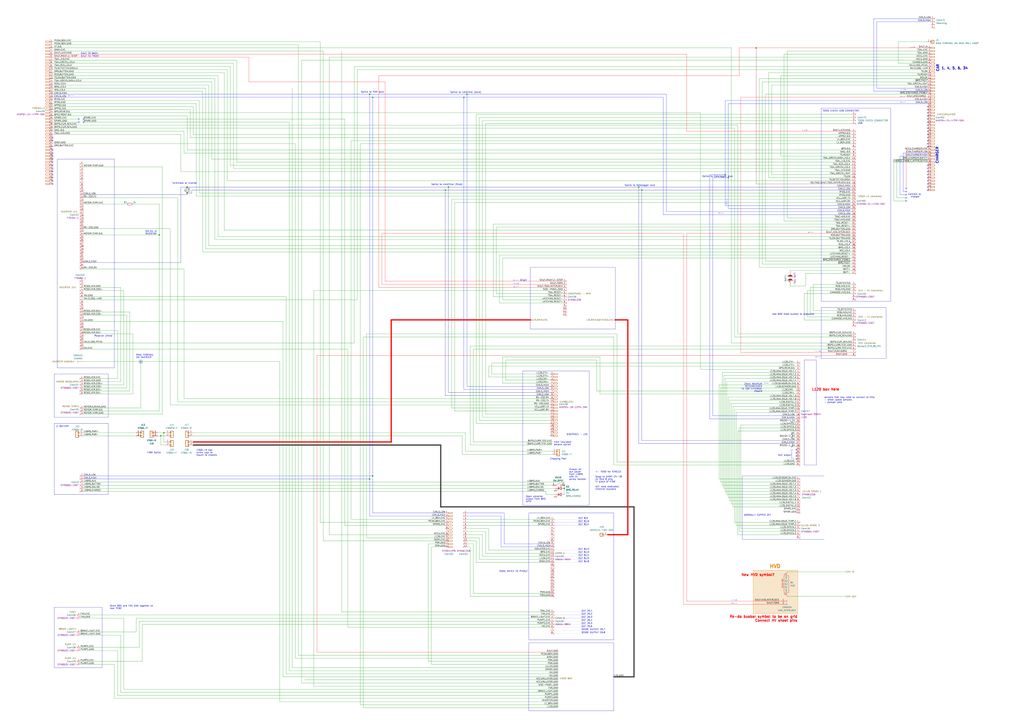
<source format=kicad_sch>
(kicad_sch (version 20231120) (generator "eeschema") (generator_version "8.0")
  (paper "A1")
  (junction (at 306.07 80.01))
  (junction (at 527.05 156.21))
  (junction (at 463.55 398.78))
  (junction (at 303.53 77.47))
  (junction (at 524.51 153.67))
  (junction (at 303.53 393.7))
  (junction (at 598.17 146.05))
  (junction (at 153.67 158.75))
  (junction (at 153.67 153.67))
  (junction (at 381 80.01))
  (junction (at 132.08 358.14))
  (junction (at 365.76 156.21))
  (junction (at 134.62 355.6))
  (junction (at 368.3 153.67))
  (junction (at 130.81 193.04))
  (junction (at 463.55 401.32))
  (junction (at 115.57 297.18))
  (junction (at 595.63 143.51))
  (junction (at 621.03 39.37))
  (junction (at 306.07 391.16))
  (junction (at 383.54 77.47))
  (no_connect (at 43.18 130.81))
  (no_connect (at 43.18 128.27))
  (no_connect (at 762 153.67))
  (no_connect (at 744.22 162.56))
  (no_connect (at 650.24 359.41))
  (no_connect (at 762 110.49))
  (no_connect (at 762 97.79))
  (no_connect (at 744.22 160.02))
  (no_connect (at 762 100.33))
  (no_connect (at 698.5 199.39))
  (no_connect (at 654.05 374.65))
  (no_connect (at 762 118.11))
  (no_connect (at 43.18 138.43))
  (no_connect (at 650.24 346.71))
  (no_connect (at 762 107.95))
  (no_connect (at 744.22 154.94))
  (no_connect (at 762 115.57))
  (no_connect (at 762 113.03))
  (no_connect (at 43.18 143.51))
  (no_connect (at 762 146.05))
  (no_connect (at 43.18 115.57))
  (no_connect (at 43.18 113.03))
  (no_connect (at 64.77 100.33))
  (no_connect (at 762 148.59))
  (no_connect (at 762 138.43))
  (no_connect (at 43.18 140.97))
  (no_connect (at 762 120.65))
  (no_connect (at 762 156.21))
  (no_connect (at 762 90.17))
  (no_connect (at 43.18 123.19))
  (no_connect (at 744.22 165.1))
  (no_connect (at 654.05 369.57))
  (no_connect (at 762 135.89))
  (no_connect (at 762 151.13))
  (no_connect (at 68.58 100.33))
  (no_connect (at 43.18 151.13))
  (no_connect (at 762 102.87))
  (no_connect (at 762 92.71))
  (no_connect (at 43.18 135.89))
  (no_connect (at 762 87.63))
  (no_connect (at 762 143.51))
  (no_connect (at 762 95.25))
  (no_connect (at 64.77 97.79))
  (no_connect (at 654.05 372.11))
  (no_connect (at 68.58 97.79))
  (no_connect (at 43.18 133.35))
  (no_connect (at 43.18 146.05))
  (no_connect (at 650.24 367.03))
  (no_connect (at 43.18 148.59))
  (no_connect (at 654.05 377.19))
  (no_connect (at 762 140.97))
  (no_connect (at 650.24 356.87))
  (no_connect (at 762 105.41))
  (no_connect (at 744.22 157.48))
  (no_connect (at 43.18 125.73))
  (wire (pts (xy 68.58 297.18) (xy 115.57 297.18)))
  (wire (pts (xy 699.77 233.68) (xy 668.02 233.68)))
  (wire (pts (xy 114.3 532.13) (xy 114.3 510.54)))
  (wire (pts (xy 285.75 515.62) (xy 285.75 287.02)))
  (wire (pts (xy 411.48 449.58) (xy 411.48 424.18)) (stroke (width 0) (color 0 0 255 1)))
  (wire (pts (xy 665.48 236.22) (xy 665.48 257.81)))
  (wire (pts (xy 130.81 337.82) (xy 130.81 193.04)))
  (wire (pts (xy 116.84 543.56) (xy 66.04 543.56)))
  (wire (pts (xy 288.29 426.72) (xy 365.76 426.72)))
  (wire (pts (xy 171.45 69.85) (xy 43.18 69.85)))
  (polyline (pts (xy 455.93 457.2) (xy 482.6 457.2)) (stroke (width 0) (type dot)))
  (wire (pts (xy 386.08 449.58) (xy 383.54 449.58)))
  (wire (pts (xy 452.12 330.2) (xy 146.05 330.2)))
  (wire (pts (xy 265.43 41.91) (xy 265.43 444.5)))
  (wire (pts (xy 699.77 166.37) (xy 373.38 166.37)))
  (wire (pts (xy 448.31 406.4) (xy 455.93 406.4)))
  (polyline (pts (xy 455.93 508) (xy 482.6 508)) (stroke (width 0) (type dot)))
  (wire (pts (xy 381 320.04) (xy 452.12 320.04)) (stroke (width 0) (color 0 0 255 1)))
  (wire (pts (xy 68.58 274.32) (xy 109.22 274.32)))
  (wire (pts (xy 596.9 406.4) (xy 654.05 406.4)))
  (wire (pts (xy 135.89 355.6) (xy 134.62 355.6)))
  (wire (pts (xy 280.67 41.91) (xy 280.67 502.92)))
  (wire (pts (xy 383.54 439.42) (xy 396.24 439.42)))
  (wire (pts (xy 595.63 403.86) (xy 595.63 311.15)))
  (wire (pts (xy 398.78 340.36) (xy 452.12 340.36)))
  (wire (pts (xy 106.68 321.31) (xy 106.68 256.54)))
  (polyline (pts (xy 455.93 505.46) (xy 482.6 505.46)) (stroke (width 0) (type dot)))
  (wire (pts (xy 504.19 382.27) (xy 504.19 276.86)))
  (wire (pts (xy 295.91 118.11) (xy 699.77 118.11)))
  (wire (pts (xy 527.05 156.21) (xy 699.77 156.21)) (stroke (width 0) (color 0 0 155 1)))
  (wire (pts (xy 607.06 351.79) (xy 654.05 351.79)))
  (wire (pts (xy 303.53 77.47) (xy 303.53 393.7)) (stroke (width 0) (color 0 0 255 1)))
  (wire (pts (xy 699.77 115.57) (xy 288.29 115.57)))
  (wire (pts (xy 184.15 189.23) (xy 699.77 189.23)))
  (polyline (pts (xy 627.38 314.96) (xy 631.19 314.96)))
  (wire (pts (xy 109.22 167.64) (xy 130.81 167.64)))
  (wire (pts (xy 43.18 41.91) (xy 265.43 41.91)))
  (polyline (pts (xy 455.93 431.8) (xy 482.6 431.8)) (stroke (width 0) (type dot)))
  (wire (pts (xy 661.67 234.95) (xy 648.97 234.95)))
  (wire (pts (xy 601.98 416.56) (xy 601.98 334.01)))
  (wire (pts (xy 130.81 167.64) (xy 130.81 193.04)))
  (wire (pts (xy 316.23 67.31) (xy 316.23 231.14)) (stroke (width 0) (color 255 0 0 1)))
  (wire (pts (xy 585.47 146.05) (xy 585.47 341.63)) (stroke (width 0) (color 0 0 225 1)))
  (wire (pts (xy 411.48 449.58) (xy 452.12 449.58)) (stroke (width 0) (color 0 0 255 1)))
  (wire (pts (xy 43.18 54.61) (xy 189.23 54.61)))
  (wire (pts (xy 608.33 349.25) (xy 608.33 434.34)))
  (wire (pts (xy 134.62 363.22) (xy 134.62 355.6)))
  (wire (pts (xy 699.77 241.3) (xy 660.4 241.3)))
  (wire (pts (xy 720.09 17.78) (xy 764.54 17.78)) (stroke (width 0) (color 0 0 255 1)))
  (wire (pts (xy 646.43 490.22) (xy 646.43 488.95)))
  (polyline (pts (xy 455.93 515.62) (xy 482.6 515.62)) (stroke (width 0) (type dot)))
  (wire (pts (xy 594.36 308.61) (xy 654.05 308.61)))
  (wire (pts (xy 290.83 54.61) (xy 290.83 281.94)))
  (wire (pts (xy 295.91 118.11) (xy 295.91 579.12)))
  (wire (pts (xy 762 130.81) (xy 736.6 130.81)))
  (wire (pts (xy 650.24 367.03) (xy 654.05 367.03)))
  (polyline (pts (xy 455.93 429.26) (xy 482.6 429.26)) (stroke (width 0) (type dot)))
  (wire (pts (xy 245.11 538.48) (xy 245.11 36.83)))
  (wire (pts (xy 623.57 64.77) (xy 623.57 219.71)))
  (wire (pts (xy 575.31 92.71) (xy 575.31 303.53)))
  (wire (pts (xy 654.05 396.24) (xy 591.82 396.24)))
  (wire (pts (xy 563.88 191.77) (xy 699.77 191.77)) (stroke (width 0) (color 255 0 0 1)))
  (wire (pts (xy 593.09 398.78) (xy 654.05 398.78)))
  (wire (pts (xy 452.12 513.08) (xy 116.84 513.08)))
  (wire (pts (xy 316.23 67.31) (xy 204.47 67.31)) (stroke (width 0) (color 255 0 0 1)))
  (wire (pts (xy 654.05 439.42) (xy 605.79 439.42)))
  (wire (pts (xy 596.9 313.69) (xy 596.9 406.4)))
  (wire (pts (xy 93.98 546.1) (xy 93.98 574.04)))
  (wire (pts (xy 699.77 128.27) (xy 641.35 128.27)))
  (wire (pts (xy 133.35 137.16) (xy 133.35 340.36)))
  (wire (pts (xy 43.18 87.63) (xy 158.75 87.63)))
  (wire (pts (xy 240.03 72.39) (xy 240.03 548.64)))
  (wire (pts (xy 628.65 214.63) (xy 628.65 77.47)))
  (wire (pts (xy 132.08 365.76) (xy 132.08 358.14)))
  (wire (pts (xy 699.77 274.32) (xy 605.79 274.32)))
  (wire (pts (xy 321.31 363.22) (xy 321.31 262.89)) (stroke (width 1) (color 255 0 0 1)))
  (wire (pts (xy 383.54 434.34) (xy 401.32 434.34)))
  (wire (pts (xy 68.58 281.94) (xy 290.83 281.94)))
  (wire (pts (xy 590.55 316.23) (xy 590.55 393.7)))
  (wire (pts (xy 603.25 336.55) (xy 603.25 429.26)))
  (wire (pts (xy 111.76 519.43) (xy 66.04 519.43)))
  (wire (pts (xy 648.97 223.52) (xy 648.97 222.25)))
  (wire (pts (xy 191.77 138.43) (xy 699.77 138.43)))
  (polyline (pts (xy 455.93 510.54) (xy 482.6 510.54)) (stroke (width 0) (type dot)))
  (wire (pts (xy 68.58 287.02) (xy 285.75 287.02)))
  (wire (pts (xy 68.58 256.54) (xy 106.68 256.54)))
  (wire (pts (xy 68.58 220.98) (xy 151.13 220.98)))
  (wire (pts (xy 582.93 344.17) (xy 654.05 344.17)) (stroke (width 0) (color 0 0 225 1)))
  (wire (pts (xy 163.83 82.55) (xy 163.83 158.75)))
  (wire (pts (xy 626.11 217.17) (xy 626.11 67.31)))
  (wire (pts (xy 563.88 44.45) (xy 563.88 107.95)) (stroke (width 0) (color 255 0 0 1)))
  (wire (pts (xy 189.23 135.89) (xy 699.77 135.89)))
  (polyline (pts (xy 676.91 391.16) (xy 609.6 391.16)))
  (wire (pts (xy 407.67 241.3) (xy 462.28 241.3)))
  (wire (pts (xy 351.79 447.04) (xy 365.76 447.04)))
  (wire (pts (xy 492.76 293.37) (xy 492.76 323.85)))
  (wire (pts (xy 717.55 74.93) (xy 717.55 15.24)) (stroke (width 0) (color 0 0 255 1)))
  (wire (pts (xy 405.13 184.15) (xy 699.77 184.15)))
  (wire (pts (xy 151.13 107.95) (xy 43.18 107.95)))
  (wire (pts (xy 628.65 77.47) (xy 762 77.47)))
  (wire (pts (xy 563.88 107.95) (xy 699.77 107.95)) (stroke (width 0) (color 255 0 0 1)))
  (wire (pts (xy 66.04 508) (xy 101.6 508)))
  (wire (pts (xy 414.02 447.04) (xy 414.02 421.64)) (stroke (width 0) (color 0 0 255 1)))
  (wire (pts (xy 744.22 154.94) (xy 744.22 123.19)) (stroke (width 0) (color 255 0 0 1)))
  (wire (pts (xy 524.51 364.49) (xy 524.51 153.67)) (stroke (width 0) (color 0 0 155 1)))
  (wire (pts (xy 365.76 325.12) (xy 365.76 156.21)) (stroke (width 0) (color 0 0 155 1)))
  (wire (pts (xy 762 52.07) (xy 737.87 52.07)))
  (wire (pts (xy 134.62 355.6) (xy 129.54 355.6)))
  (wire (pts (xy 668.02 233.68) (xy 668.02 255.27)))
  (wire (pts (xy 544.83 176.53) (xy 699.77 176.53)) (stroke (width 0) (color 0 0 225 1)))
  (wire (pts (xy 607.06 351.79) (xy 607.06 436.88)))
  (wire (pts (xy 463.55 401.32) (xy 463.55 406.4)))
  (wire (pts (xy 43.18 82.55) (xy 163.83 82.55)))
  (wire (pts (xy 699.77 93.98) (xy 391.16 93.98)))
  (wire (pts (xy 403.86 307.34) (xy 452.12 307.34)))
  (wire (pts (xy 383.54 431.8) (xy 452.12 431.8)))
  (wire (pts (xy 68.58 236.22) (xy 99.06 236.22)))
  (wire (pts (xy 412.75 246.38) (xy 462.28 246.38)))
  (wire (pts (xy 524.51 153.67) (xy 699.77 153.67)) (stroke (width 0) (color 0 0 155 1)))
  (wire (pts (xy 43.18 97.79) (xy 64.77 97.79)))
  (wire (pts (xy 166.37 207.01) (xy 166.37 74.93)))
  (wire (pts (xy 365.76 156.21) (xy 527.05 156.21)) (stroke (width 0) (color 0 0 155 1)))
  (wire (pts (xy 237.49 551.18) (xy 458.47 551.18)))
  (wire (pts (xy 458.47 571.5) (xy 96.52 571.5)))
  (wire (pts (xy 43.18 72.39) (xy 168.91 72.39)))
  (wire (pts (xy 383.54 436.88) (xy 398.78 436.88)))
  (wire (pts (xy 68.58 403.86) (xy 448.31 403.86)))
  (wire (pts (xy 157.48 156.21) (xy 157.48 158.75)) (stroke (width 0) (color 0 0 155 1)))
  (wire (pts (xy 654.05 316.23) (xy 590.55 316.23)))
  (wire (pts (xy 699.77 101.6) (xy 398.78 101.6)))
  (wire (pts (xy 463.55 398.78) (xy 463.55 401.32)))
  (wire (pts (xy 393.7 96.52) (xy 699.77 96.52)))
  (wire (pts (xy 157.48 156.21) (xy 365.76 156.21)) (stroke (width 0) (color 0 0 155 1)))
  (wire (pts (xy 547.37 173.99) (xy 699.77 173.99)) (stroke (width 0) (color 0 0 225 1)))
  (wire (pts (xy 229.87 297.18) (xy 115.57 297.18)))
  (wire (pts (xy 99.06 521.97) (xy 66.04 521.97)))
  (wire (pts (xy 603.25 276.86) (xy 699.77 276.86)))
  (wire (pts (xy 410.21 209.55) (xy 410.21 248.92)))
  (wire (pts (xy 563.88 494.03) (xy 641.35 494.03)) (stroke (width 0) (color 255 0 0 1)))
  (wire (pts (xy 293.37 246.38) (xy 293.37 57.15)))
  (wire (pts (xy 383.54 317.5) (xy 452.12 317.5)) (stroke (width 0) (color 0 0 255 1)))
  (wire (pts (xy 313.69 191.77) (xy 313.69 233.68)) (stroke (width 0) (color 255 0 0 1)))
  (wire (pts (xy 662.94 238.76) (xy 699.77 238.76)))
  (wire (pts (xy 168.91 204.47) (xy 699.77 204.47)))
  (wire (pts (xy 104.14 318.77) (xy 104.14 259.08)))
  (wire (pts (xy 608.33 80.01) (xy 762 80.01)) (stroke (width 0) (color 255 0 0 1)))
  (wire (pts (xy 641.35 128.27) (xy 641.35 62.23)))
  (polyline (pts (xy 455.93 462.28) (xy 482.6 462.28)) (stroke (width 0) (type dot)))
  (wire (pts (xy 68.58 243.84) (xy 234.95 243.84)))
  (wire (pts (xy 604.52 431.8) (xy 604.52 339.09)))
  (polyline (pts (xy 455.93 431.8) (xy 482.6 431.8)) (stroke (width 0) (type dot)))
  (wire (pts (xy 68.58 323.85) (xy 109.22 323.85)))
  (wire (pts (xy 186.69 57.15) (xy 43.18 57.15)))
  (wire (pts (xy 741.68 157.48) (xy 744.22 157.48)) (stroke (width 0) (color 0 0 255 1)))
  (wire (pts (xy 68.58 137.16) (xy 133.35 137.16)))
  (wire (pts (xy 303.53 77.47) (xy 383.54 77.47)) (stroke (width 0) (color 0 0 255 1)))
  (wire (pts (xy 699.77 151.13) (xy 621.03 151.13)) (stroke (width 0) (color 155 0 0 1)))
  (wire (pts (xy 365.76 429.26) (xy 262.89 429.26)))
  (wire (pts (xy 68.58 318.77) (xy 104.14 318.77)))
  (wire (pts (xy 698.5 199.39) (xy 699.77 199.39)))
  (wire (pts (xy 660.4 262.89) (xy 699.77 262.89)))
  (wire (pts (xy 234.95 243.84) (xy 234.95 553.72)))
  (wire (pts (xy 393.7 345.44) (xy 393.7 96.52)))
  (wire (pts (xy 68.58 355.6) (xy 111.76 355.6)))
  (wire (pts (xy 654.05 408.94) (xy 598.17 408.94)))
  (wire (pts (xy 643.89 44.45) (xy 643.89 181.61)))
  (wire (pts (xy 603.25 429.26) (xy 654.05 429.26)))
  (wire (pts (xy 151.13 125.73) (xy 151.13 107.95)))
  (wire (pts (xy 631.19 59.69) (xy 762 59.69)))
  (wire (pts (xy 600.71 281.94) (xy 699.77 281.94)))
  (wire (pts (xy 654.05 416.56) (xy 601.98 416.56)))
  (wire (pts (xy 699.77 179.07) (xy 646.43 179.07)))
  (wire (pts (xy 563.88 191.77) (xy 563.88 494.03)) (stroke (width 0) (color 255 0 0 1)))
  (wire (pts (xy 575.31 303.53) (xy 654.05 303.53)))
  (wire (pts (xy 166.37 207.01) (xy 699.77 207.01)))
  (wire (pts (xy 43.18 36.83) (xy 245.11 36.83)))
  (wire (pts (xy 157.48 158.75) (xy 153.67 158.75)) (stroke (width 0) (color 0 0 155 1)))
  (wire (pts (xy 506.73 379.73) (xy 506.73 274.32)))
  (wire (pts (xy 68.58 259.08) (xy 104.14 259.08)))
  (wire (pts (xy 458.47 556.26) (xy 232.41 556.26)))
  (wire (pts (xy 593.09 306.07) (xy 593.09 398.78)))
  (wire (pts (xy 204.47 67.31) (xy 204.47 46.99)) (stroke (width 0) (color 255 0 0 1)))
  (wire (pts (xy 412.75 212.09) (xy 412.75 246.38)))
  (wire (pts (xy 370.84 163.83) (xy 370.84 335.28)))
  (polyline (pts (xy 455.93 520.7) (xy 482.6 520.7)) (stroke (width 0) (type dot)))
  (wire (pts (xy 242.57 541.02) (xy 242.57 118.11)))
  (wire (pts (xy 648.97 222.25) (xy 699.77 222.25)))
  (wire (pts (xy 646.43 41.91) (xy 762 41.91)))
  (wire (pts (xy 139.7 187.96) (xy 139.7 332.74)))
  (wire (pts (xy 93.98 574.04) (xy 458.47 574.04)))
  (wire (pts (xy 650.24 346.71) (xy 654.05 346.71)))
  (wire (pts (xy 594.36 401.32) (xy 594.36 308.61)))
  (wire (pts (xy 458.47 558.8) (xy 250.19 558.8)))
  (wire (pts (xy 734.06 133.35) (xy 762 133.35)))
  (wire (pts (xy 68.58 337.82) (xy 130.81 337.82)))
  (wire (pts (xy 306.07 421.64) (xy 365.76 421.64)) (stroke (width 0) (color 0 0 255 1)))
  (wire (pts (xy 699.77 161.29) (xy 161.29 161.29)))
  (wire (pts (xy 668.02 255.27) (xy 699.77 255.27)))
  (wire (pts (xy 762 128.27) (xy 739.14 128.27)) (stroke (width 0) (color 0 0 255 1)))
  (wire (pts (xy 398.78 436.88) (xy 398.78 454.66)))
  (wire (pts (xy 410.21 209.55) (xy 699.77 209.55)))
  (wire (pts (xy 270.51 439.42) (xy 365.76 439.42)))
  (wire (pts (xy 303.53 424.18) (xy 365.76 424.18)) (stroke (width 0) (color 0 0 255 1)))
  (wire (pts (xy 383.54 426.72) (xy 452.12 426.72)))
  (wire (pts (xy 153.67 123.19) (xy 699.77 123.19)))
  (wire (pts (xy 135.89 365.76) (xy 132.08 365.76)))
  (wire (pts (xy 561.34 496.57) (xy 641.35 496.57)) (stroke (width 0) (color 255 0 0 1)))
  (wire (pts (xy 156.21 113.03) (xy 156.21 90.17)))
  (wire (pts (xy 582.93 143.51) (xy 582.93 165.1)) (stroke (width 0) (color 0 0 255 1)))
  (wire (pts (xy 604.52 339.09) (xy 654.05 339.09)))
  (wire (pts (xy 661.67 224.79) (xy 699.77 224.79)))
  (wire (pts (xy 361.95 416.56) (xy 520.7 416.56)) (stroke (width 1) (color 64 64 64 1)))
  (wire (pts (xy 68.58 401.32) (xy 455.93 401.32)))
  (wire (pts (xy 699.77 163.83) (xy 370.84 163.83)))
  (wire (pts (xy 490.22 295.91) (xy 415.29 295.91)))
  (wire (pts (xy 68.58 271.78) (xy 96.52 271.78)))
  (wire (pts (xy 415.29 295.91) (xy 415.29 312.42)))
  (wire (pts (xy 643.89 181.61) (xy 699.77 181.61)))
  (wire (pts (xy 68.58 264.16) (xy 232.41 264.16)))
  (wire (pts (xy 600.71 331.47) (xy 654.05 331.47)))
  (wire (pts (xy 654.05 414.02) (xy 600.71 414.02)))
  (wire (pts (xy 43.18 77.47) (xy 303.53 77.47)) (stroke (width 0) (color 0 0 255 1)))
  (wire (pts (xy 237.49 100.33) (xy 237.49 551.18)))
  (wire (pts (xy 452.12 508) (xy 111.76 508)))
  (wire (pts (xy 458.47 576.58) (xy 229.87 576.58)))
  (wire (pts (xy 407.67 186.69) (xy 699.77 186.69)))
  (wire (pts (xy 458.47 563.88) (xy 257.81 563.88)))
  (wire (pts (xy 762 44.45) (xy 643.89 44.45)))
  (wire (pts (xy 646.43 41.91) (xy 646.43 179.07)))
  (wire (pts (xy 260.35 292.1) (xy 260.35 535.94)) (stroke (width 0) (color 255 0 0 1)))
  (wire (pts (xy 393.7 441.96) (xy 383.54 441.96)))
  (wire (pts (xy 699.77 260.35) (xy 662.94 260.35)))
  (wire (pts (xy 158.75 87.63) (xy 158.75 110.49)))
  (wire (pts (xy 311.15 62.23) (xy 607.06 62.23)) (stroke (width 0) (color 255 0 0 1)))
  (wire (pts (xy 262.89 34.29) (xy 262.89 429.26)))
  (wire (pts (xy 43.18 95.25) (xy 153.67 95.25)))
  (wire (pts (xy 717.55 74.93) (xy 762 74.93)) (stroke (width 0) (color 0 0 255 1)))
  (wire (pts (xy 398.78 101.6) (xy 398.78 340.36)))
  (wire (pts (xy 598.17 171.45) (xy 699.77 171.45)) (stroke (width 0) (color 0 0 255 1)))
  (wire (pts (xy 504.19 382.27) (xy 654.05 382.27)))
  (wire (pts (xy 621.03 151.13) (xy 621.03 39.37)) (stroke (width 0) (color 155 0 0 1)))
  (wire (pts (xy 396.24 342.9) (xy 396.24 99.06)))
  (wire (pts (xy 762 85.09) (xy 598.17 85.09)) (stroke (width 0) (color 0 0 255 1)))
  (wire (pts (xy 306.07 80.01) (xy 306.07 391.16)) (stroke (width 0) (color 0 0 255 1)))
  (wire (pts (xy 396.24 99.06) (xy 699.77 99.06)))
  (wire (pts (xy 734.06 133.35) (xy 734.06 165.1)))
  (wire (pts (xy 607.06 39.37) (xy 607.06 62.23)) (stroke (width 0) (color 255 0 0 1)))
  (wire (pts (xy 595.63 143.51) (xy 595.63 168.91)) (stroke (width 0) (color 0 0 255 1)))
  (wire (pts (xy 401.32 300.99) (xy 401.32 309.88)))
  (wire (pts (xy 96.52 534.67) (xy 66.04 534.67)))
  (wire (pts (xy 68.58 97.79) (xy 283.21 97.79)))
  (wire (pts (xy 741.68 157.48) (xy 741.68 125.73)) (stroke (width 0) (color 0 0 255 1)))
  (polyline (pts (xy 455.93 429.26) (xy 482.6 429.26)) (stroke (width 0) (type dot)))
  (wire (pts (xy 368.3 153.67) (xy 368.3 322.58)) (stroke (width 0) (color 0 0 155 1)))
  (wire (pts (xy 662.94 260.35) (xy 662.94 238.76)))
  (wire (pts (xy 300.99 274.32) (xy 300.99 441.96)))
  (wire (pts (xy 43.18 46.99) (xy 204.47 46.99)) (stroke (width 0) (color 255 0 0 1)))
  (wire (pts (xy 605.79 354.33) (xy 654.05 354.33)))
  (wire (pts (xy 153.67 158.75) (xy 153.67 160.02)) (stroke (width 0) (color 0 0 155 1)))
  (wire (pts (xy 585.47 146.05) (xy 598.17 146.05)) (stroke (width 0) (color 0 0 255 1)))
  (wire (pts (xy 194.31 133.35) (xy 699.77 133.35)))
  (wire (pts (xy 351.79 543.56) (xy 351.79 447.04)))
  (wire (pts (xy 575.31 92.71) (xy 43.18 92.71)))
  (wire (pts (xy 699.77 196.85) (xy 176.53 196.85)))
  (wire (pts (xy 452.12 345.44) (xy 393.7 345.44)))
  (wire (pts (xy 68.58 187.96) (xy 139.7 187.96)))
  (wire (pts (xy 171.45 201.93) (xy 171.45 69.85)))
  (wire (pts (xy 68.58 393.7) (xy 303.53 393.7)) (stroke (width 0) (color 0 0 255 1)))
  (wire (pts (xy 561.34 191.77) (xy 561.34 496.57)) (stroke (width 0) (color 255 0 0 1)))
  (wire (pts (xy 240.03 548.64) (xy 458.47 548.64)))
  (wire (pts (xy 717.55 15.24) (xy 764.54 15.24)) (stroke (width 0) (color 0 0 255 1)))
  (wire (pts (xy 354.33 449.58) (xy 354.33 546.1)))
  (wire (pts (xy 544.83 80.01) (xy 544.83 176.53)) (stroke (width 0) (color 0 0 255 1)))
  (wire (pts (xy 66.04 505.46) (xy 452.12 505.46)))
  (wire (pts (xy 365.76 449.58) (xy 354.33 449.58)))
  (wire (pts (xy 412.75 212.09) (xy 699.77 212.09)))
  (wire (pts (xy 699.77 148.59) (xy 186.69 148.59)))
  (wire (pts (xy 115.57 335.28) (xy 68.58 335.28)))
  (polyline (pts (xy 455.93 426.72) (xy 482.6 426.72)) (stroke (width 0) (type dot)))
  (wire (pts (xy 654.05 401.32) (xy 594.36 401.32)))
  (wire (pts (xy 527.05 361.95) (xy 654.05 361.95)) (stroke (width 0) (color 0 0 155 1)))
  (wire (pts (xy 505.46 262.89) (xy 515.62 262.89)) (stroke (width 1) (color 255 0 0 1)))
  (wire (pts (xy 68.58 215.9) (xy 148.59 215.9)) (stroke (width 0) (color 0 0 155 1)))
  (wire (pts (xy 368.3 322.58) (xy 452.12 322.58)) (stroke (width 0) (color 0 0 155 1)))
  (wire (pts (xy 720.09 72.39) (xy 762 72.39)) (stroke (width 0) (color 0 0 255 1)))
  (wire (pts (xy 68.58 316.23) (xy 101.6 316.23)))
  (wire (pts (xy 605.79 102.87) (xy 605.79 274.32)))
  (wire (pts (xy 260.35 535.94) (xy 458.47 535.94)) (stroke (width 0) (color 255 0 0 1)))
  (wire (pts (xy 762 54.61) (xy 290.83 54.61)))
  (polyline (pts (xy 455.93 505.46) (xy 482.6 505.46)) (stroke (width 0) (type dot)))
  (wire (pts (xy 601.98 334.01) (xy 654.05 334.01)))
  (wire (pts (xy 694.69 490.22) (xy 646.43 490.22)))
  (wire (pts (xy 283.21 431.8) (xy 365.76 431.8)))
  (wire (pts (xy 383.54 444.5) (xy 391.16 444.5)))
  (polyline (pts (xy 455.93 502.92) (xy 482.6 502.92)) (stroke (width 0) (type dot)))
  (wire (pts (xy 407.67 186.69) (xy 407.67 241.3)))
  (wire (pts (xy 654.05 403.86) (xy 595.63 403.86)))
  (wire (pts (xy 633.73 69.85) (xy 762 69.85)))
  (wire (pts (xy 391.16 93.98) (xy 391.16 347.98)))
  (wire (pts (xy 699.77 146.05) (xy 631.19 146.05)))
  (wire (pts (xy 492.76 323.85) (xy 654.05 323.85)))
  (wire (pts (xy 694.69 469.9) (xy 646.43 469.9)))
  (wire (pts (xy 386.08 365.76) (xy 453.39 365.76)))
  (wire (pts (xy 608.33 434.34) (xy 654.05 434.34)))
  (wire (pts (xy 386.08 490.22) (xy 452.12 490.22)))
  (wire (pts (xy 270.51 46.99) (xy 762 46.99)))
  (wire (pts (xy 762 123.19) (xy 744.22 123.19)) (stroke (width 0) (color 255 0 0 1)))
  (wire (pts (xy 68.58 321.31) (xy 106.68 321.31)))
  (wire (pts (xy 43.18 110.49) (xy 148.59 110.49)))
  (wire (pts (xy 598.17 146.05) (xy 598.17 171.45)) (stroke (width 0) (color 0 0 255 1)))
  (wire (pts (xy 321.31 262.89) (xy 435.61 262.89)) (stroke (width 1) (color 255 0 0 1)))
  (wire (pts (xy 600.71 39.37) (xy 600.71 281.94)))
  (polyline (pts (xy 455.93 454.66) (xy 482.6 454.66)) (stroke (width 0) (type dot)))
  (wire (pts (xy 458.47 561.34) (xy 247.65 561.34)))
  (wire (pts (xy 720.09 72.39) (xy 720.09 17.78)) (stroke (width 0) (color 0 0 255 1)))
  (wire (pts (xy 401.32 434.34) (xy 401.32 452.12)))
  (wire (pts (xy 391.16 444.5) (xy 391.16 462.28)))
  (wire (pts (xy 68.58 398.78) (xy 453.39 398.78)))
  (wire (pts (xy 452.12 342.9) (xy 396.24 342.9)))
  (wire (pts (xy 373.38 337.82) (xy 452.12 337.82)))
  (wire (pts (xy 621.03 39.37) (xy 607.06 39.37)) (stroke (width 0) (color 255 0 0 1)))
  (wire (pts (xy 68.58 391.16) (xy 306.07 391.16)) (stroke (width 0) (color 0 0 255 1)))
  (wire (pts (xy 590.55 393.7) (xy 654.05 393.7)))
  (wire (pts (xy 650.24 359.41) (xy 654.05 359.41)))
  (wire (pts (xy 405.13 243.84) (xy 462.28 243.84)))
  (polyline (pts (xy 455.93 513.08) (xy 482.6 513.08)) (stroke (width 0) (type dot)))
  (wire (pts (xy 179.07 194.31) (xy 179.07 62.23)))
  (wire (pts (xy 699.77 236.22) (xy 665.48 236.22)))
  (wire (pts (xy 393.7 459.74) (xy 393.7 441.96)))
  (wire (pts (xy 739.14 160.02) (xy 739.14 128.27)) (stroke (width 0) (color 0 0 255 1)))
  (wire (pts (xy 313.69 233.68) (xy 462.28 233.68)) (stroke (width 0) (color 255 0 0 1)))
  (wire (pts (xy 186.69 148.59) (xy 186.69 57.15)))
  (wire (pts (xy 405.13 184.15) (xy 405.13 243.84)))
  (wire (pts (xy 605.79 102.87) (xy 43.18 102.87)))
  (wire (pts (xy 257.81 563.88) (xy 257.81 238.76)))
  (wire (pts (xy 391.16 347.98) (xy 452.12 347.98)))
  (wire (pts (xy 396.24 457.2) (xy 452.12 457.2)))
  (wire (pts (xy 158.75 363.22) (xy 321.31 363.22)) (stroke (width 1) (color 255 0 0 1)))
  (wire (pts (xy 156.21 90.17) (xy 43.18 90.17)))
  (wire (pts (xy 411.48 424.18) (xy 383.54 424.18)) (stroke (width 0) (color 0 0 255 1)))
  (wire (pts (xy 410.21 248.92) (xy 462.28 248.92)))
  (wire (pts (xy 595.63 143.51) (xy 582.93 143.51)) (stroke (width 0) (color 0 0 255 1)))
  (wire (pts (xy 288.29 115.57) (xy 288.29 426.72)))
  (wire (pts (xy 699.77 287.02) (xy 388.62 287.02)))
  (wire (pts (xy 99.06 568.96) (xy 99.06 521.97)))
  (wire (pts (xy 448.31 403.86) (xy 448.31 406.4)))
  (wire (pts (xy 582.93 165.1) (xy 582.93 344.17)) (stroke (width 0) (color 0 0 225 1)))
  (wire (pts (xy 547.37 173.99) (xy 547.37 77.47)) (stroke (width 0) (color 0 0 255 1)))
  (wire (pts (xy 68.58 340.36) (xy 133.35 340.36)))
  (wire (pts (xy 298.45 581.66) (xy 458.47 581.66)))
  (wire (pts (xy 189.23 54.61) (xy 189.23 135.89)))
  (wire (pts (xy 599.44 328.93) (xy 599.44 411.48)))
  (wire (pts (xy 96.52 571.5) (xy 96.52 534.67)))
  (wire (pts (xy 383.54 77.47) (xy 547.37 77.47)) (stroke (width 0) (color 0 0 255 1)))
  (wire (pts (xy 412.75 293.37) (xy 492.76 293.37)))
  (wire (pts (xy 598.17 85.09) (xy 598.17 146.05)) (stroke (width 0) (color 0 0 255 1)))
  (wire (pts (xy 737.87 34.29) (xy 760.73 34.29)))
  (wire (pts (xy 43.18 44.45) (xy 563.88 44.45)) (stroke (width 0) (color 255 0 0 1)))
  (wire (pts (xy 163.83 158.75) (xy 699.77 158.75)))
  (wire (pts (xy 68.58 193.04) (xy 130.81 193.04)))
  (wire (pts (xy 699.77 214.63) (xy 628.65 214.63)))
  (wire (pts (xy 158.75 358.14) (xy 379.73 358.14)))
  (polyline (pts (xy 455.93 459.74) (xy 482.6 459.74)) (stroke (width 0) (type dot)))
  (wire (pts (xy 458.47 568.96) (xy 99.06 568.96)))
  (wire (pts (xy 295.91 579.12) (xy 458.47 579.12)))
  (wire (pts (xy 361.95 365.76) (xy 361.95 416.56)) (stroke (width 1) (color 64 64 64 1)))
  (wire (pts (xy 280.67 502.92) (xy 452.12 502.92)))
  (wire (pts (xy 381 80.01) (xy 381 320.04)) (stroke (width 0) (color 0 0 255 1)))
  (wire (pts (xy 173.99 67.31) (xy 173.99 130.81)))
  (wire (pts (xy 654.05 349.25) (xy 608.33 349.25)))
  (wire (pts (xy 744.22 160.02) (xy 739.14 160.02)) (stroke (width 0) (color 0 0 255 1)))
  (wire (pts (xy 414.02 447.04) (xy 452.12 447.04)) (stroke (width 0) (color 0 0 255 1)))
  (wire (pts (xy 762 64.77) (xy 623.57 64.77)))
  (wire (pts (xy 393.7 459.74) (xy 452.12 459.74)))
  (polyline (pts (xy 609.6 443.23) (xy 676.91 443.23)))
  (wire (pts (xy 654.05 306.07) (xy 593.09 306.07)))
  (wire (pts (xy 654.05 328.93) (xy 599.44 328.93)))
  (wire (pts (xy 595.63 82.55) (xy 762 82.55)) (stroke (width 0) (color 0 0 255 1)))
  (wire (pts (xy 132.08 358.14) (xy 129.54 358.14)))
  (wire (pts (xy 111.76 519.43) (xy 111.76 508)))
  (wire (pts (xy 379.73 373.38) (xy 453.39 373.38)))
  (wire (pts (xy 43.18 80.01) (xy 306.07 80.01)) (stroke (width 0) (color 0 0 255 1)))
  (wire (pts (xy 520.7 416.56) (xy 520.7 556.26)) (stroke (width 1) (color 64 64 64 1)))
  (wire (pts (xy 608.33 289.56) (xy 699.77 289.56)) (stroke (width 0) (color 255 0 0 1)))
  (wire (pts (xy 452.12 325.12) (xy 365.76 325.12)) (stroke (width 0) (color 0 0 155 1)))
  (wire (pts (xy 166.37 74.93) (xy 43.18 74.93)))
  (wire (pts (xy 270.51 46.99) (xy 270.51 439.42)))
  (wire (pts (xy 148.59 140.97) (xy 699.77 140.97)))
  (wire (pts (xy 600.71 414.02) (xy 600.71 331.47)))
  (wire (pts (xy 300.99 441.96) (xy 365.76 441.96)))
  (wire (pts (xy 382.27 370.84) (xy 453.39 370.84)))
  (wire (pts (xy 191.77 52.07) (xy 43.18 52.07)))
  (wire (pts (xy 161.29 161.29) (xy 161.29 85.09)))
  (wire (pts (xy 66.04 546.1) (xy 93.98 546.1)))
  (wire (pts (xy 391.16 462.28) (xy 452.12 462.28)))
  (wire (pts (xy 311.15 236.22) (xy 462.28 236.22)) (stroke (width 0) (color 255 0 0 1)))
  (wire (pts (xy 373.38 166.37) (xy 373.38 337.82)))
  (wire (pts (xy 762 39.37) (xy 621.03 39.37)) (stroke (width 0) (color 255 0 0 1)))
  (wire (pts (xy 176.53 64.77) (xy 43.18 64.77)))
  (wire (pts (xy 179.07 194.31) (xy 699.77 194.31)))
  (wire (pts (xy 293.37 57.15) (xy 762 57.15)))
  (wire (pts (xy 736.6 130.81) (xy 736.6 162.56)))
  (wire (pts (xy 591.82 396.24) (xy 591.82 318.77)))
  (wire (pts (xy 114.3 510.54) (xy 452.12 510.54)))
  (wire (pts (xy 68.58 313.69) (xy 99.06 313.69)))
  (wire (pts (xy 654.05 431.8) (xy 604.52 431.8)))
  (wire (pts (xy 68.58 160.02) (xy 153.67 160.02)) (stroke (width 0) (color 0 0 155 1)))
  (wire (pts (xy 605.79 439.42) (xy 605.79 354.33)))
  (wire (pts (xy 153.67 153.67) (xy 368.3 153.67)) (stroke (width 0) (color 0 0 155 1)))
  (wire (pts (xy 608.33 80.01) (xy 608.33 289.56)) (stroke (width 0) (color 255 0 0 1)))
  (wire (pts (xy 699.77 113.03) (xy 156.21 113.03)))
  (wire (pts (xy 383.54 77.47) (xy 383.54 317.5)) (stroke (width 0) (color 0 0 255 1)))
  (wire (pts (xy 699.77 219.71) (xy 623.57 219.71)))
  (wire (pts (xy 179.07 62.23) (xy 43.18 62.23)))
  (wire (pts (xy 401.32 300.99) (xy 654.05 300.99)))
  (wire (pts (xy 599.44 411.48) (xy 654.05 411.48)))
  (wire (pts (xy 527.05 156.21) (xy 527.05 361.95)) (stroke (width 0) (color 0 0 155 1)))
  (wire (pts (xy 396.24 439.42) (xy 396.24 457.2)))
  (polyline (pts (xy 609.6 391.16) (xy 609.6 443.23)))
  (wire (pts (xy 734.06 165.1) (xy 744.22 165.1)))
  (wire (pts (xy 158.75 355.6) (xy 382.27 355.6)))
  (wire (pts (xy 313.69 191.77) (xy 561.34 191.77)) (stroke (width 0) (color 255 0 0 1)))
  (wire (pts (xy 68.58 162.56) (xy 146.05 162.56)))
  (wire (pts (xy 306.07 391.16) (xy 306.07 421.64)) (stroke (width 0) (color 0 0 255 1)))
  (wire (pts (xy 285.75 515.62) (xy 452.12 515.62)))
  (polyline (pts (xy 455.93 508) (xy 482.6 508)) (stroke (width 0) (type dot)))
  (wire (pts (xy 161.29 85.09) (xy 43.18 85.09)))
  (wire (pts (xy 626.11 67.31) (xy 762 67.31)))
  (wire (pts (xy 603.25 105.41) (xy 603.25 276.86)))
  (wire (pts (xy 96.52 311.15) (xy 68.58 311.15)))
  (wire (pts (xy 247.65 49.53) (xy 762 49.53)))
  (wire (pts (xy 283.21 97.79) (xy 283.21 431.8)))
  (wire (pts (xy 43.18 100.33) (xy 64.77 100.33)))
  (wire (pts (xy 135.89 358.14) (xy 132.08 358.14)))
  (wire (pts (xy 596.9 313.69) (xy 654.05 313.69)))
  (wire (pts (xy 351.79 543.56) (xy 458.47 543.56)))
  (wire (pts (xy 168.91 72.39) (xy 168.91 204.47)))
  (wire (pts (xy 386.08 284.48) (xy 386.08 365.76)))
  (wire (pts (xy 99.06 313.69) (xy 99.06 236.22)))
  (wire (pts (xy 388.62 447.04) (xy 383.54 447.04)))
  (wire (pts (xy 585.47 341.63) (xy 654.05 341.63)) (stroke (width 0) (color 0 0 225 1)))
  (wire (pts (xy 595.63 82.55) (xy 595.63 143.51)) (stroke (width 0) (color 0 0 255 1)))
  (wire (pts (xy 96.52 271.78) (xy 96.52 311.15)))
  (wire (pts (xy 506.73 379.73) (xy 654.05 379.73)))
  (wire (pts (xy 412.75 314.96) (xy 412.75 293.37)))
  (wire (pts (xy 699.77 130.81) (xy 173.99 130.81)))
  (wire (pts (xy 524.51 364.49) (xy 654.05 364.49)) (stroke (width 0) (color 0 0 155 1)))
  (polyline (pts (xy 455.93 452.12) (xy 482.6 452.12)) (stroke (width 0) (type dot)))
  (wire (pts (xy 595.63 168.91) (xy 699.77 168.91)) (stroke (width 0) (color 0 0 255 1)))
  (wire (pts (xy 600.71 39.37) (xy 43.18 39.37)))
  (wire (pts (xy 388.62 287.02) (xy 388.62 363.22)))
  (wire (pts (xy 265.43 444.5) (xy 365.76 444.5)))
  (wire (pts (xy 116.84 543.56) (xy 116.84 513.08)))
  (wire (pts (xy 646.43 469.9) (xy 646.43 471.17)))
  (wire (pts (xy 665.48 257.81) (xy 699.77 257.81)))
  (wire (pts (xy 43.18 59.69) (xy 184.15 59.69)))
  (wire (pts (xy 148.59 110.49) (xy 148.59 140.97)))
  (wire (pts (xy 490.22 321.31) (xy 654.05 321.31)))
  (wire (pts (xy 146.05 162.56) (xy 146.05 330.2)))
  (wire (pts (xy 300.99 274.32) (xy 506.73 274.32)))
  (wire (pts (xy 661.67 224.79) (xy 661.67 234.95)))
  (wire (pts (xy 699.77 125.73) (xy 151.13 125.73)))
  (wire (pts (xy 458.47 553.72) (xy 234.95 553.72)))
  (wire (pts (xy 452.12 309.88) (xy 401.32 309.88)))
  (wire (pts (xy 463.55 398.78) (xy 463.55 396.24)))
  (wire (pts (xy 194.31 49.53) (xy 194.31 133.35)))
  (wire (pts (xy 388.62 487.68) (xy 388.62 447.04)))
  (wire (pts (xy 381 80.01) (xy 544.83 80.01)) (stroke (width 0) (color 0 0 255 1)))
  (wire (pts (xy 383.54 429.26) (xy 452.12 429.26)))
  (wire (pts (xy 153.67 95.25) (xy 153.67 123.19)))
  (wire (pts (xy 458.47 541.02) (xy 242.57 541.02)))
  (wire (pts (xy 762 125.73) (xy 741.68 125.73)) (stroke (width 0) (color 0 0 255 1)))
  (polyline (pts (xy 455.93 518.16) (xy 482.6 518.16)) (stroke (width 0) (type dot)))
  (wire (pts (xy 452.12 314.96) (xy 412.75 314.96)))
  (wire (pts (xy 68.58 358.14) (xy 111.76 358.14)))
  (wire (pts (xy 603.25 105.41) (xy 43.18 105.41)))
  (wire (pts (xy 458.47 566.42) (xy 101.6 566.42)))
  (wire (pts (xy 68.58 167.64) (xy 104.14 167.64)))
  (wire (pts (xy 598.17 408.94) (xy 598.17 326.39)))
  (wire (pts (xy 403.86 298.45) (xy 654.05 298.45)))
  (wire (pts (xy 303.53 393.7) (xy 303.53 424.18)) (stroke (width 0) (color 0 0 255 1)))
  (wire (pts (xy 699.77 284.48) (xy 386.08 284.48)))
  (wire (pts (xy 43.18 67.31) (xy 173.99 67.31)))
  (wire (pts (xy 654.05 336.55) (xy 603.25 336.55)))
  (wire (pts (xy 591.82 318.77) (xy 654.05 318.77)))
  (wire (pts (xy 414.02 421.64) (xy 383.54 421.64)) (stroke (width 0) (color 0 0 255 1)))
  (wire (pts (xy 633.73 143.51) (xy 633.73 69.85)))
  (wire (pts (xy 370.84 335.28) (xy 452.12 335.28)))
  (wire (pts (xy 311.15 236.22) (xy 311.15 62.23)) (stroke (width 0) (color 255 0 0 1)))
  (wire (pts (xy 699.77 201.93) (xy 171.45 201.93)))
  (wire (pts (xy 398.78 454.66) (xy 452.12 454.66)))
  (wire (pts (xy 184.15 59.69) (xy 184.15 189.23)))
  (wire (pts (xy 43.18 118.11) (xy 242.57 118.11)))
  (wire (pts (xy 415.29 312.42) (xy 452.12 312.42)))
  (wire (pts (xy 595.63 311.15) (xy 654.05 311.15)))
  (wire (pts (xy 148.59 153.67) (xy 153.67 153.67)) (stroke (width 0) (color 0 0 155 1)))
  (wire (pts (xy 388.62 487.68) (xy 452.12 487.68)))
  (wire (pts (xy 401.32 452.12) (xy 452.12 452.12)))
  (wire (pts (xy 43.18 120.65) (xy 44.45 120.65)))
  (wire (pts (xy 368.3 153.67) (xy 524.51 153.67)) (stroke (width 0) (color 0 0 155 1)))
  (wire (pts (xy 158.75 110.49) (xy 699.77 110.49)))
  (wire (pts (xy 316.23 231.14) (xy 462.28 231.14)) (stroke (width 0) (color 255 0 0 1)))
  (wire (pts (xy 139.7 332.74) (xy 452.12 332.74)))
  (wire (pts (xy 382.27 355.6) (xy 382.27 370.84)))
  (wire (pts (xy 737.87 34.29) (xy 737.87 52.07)))
  (wire (pts (xy 403.86 298.45) (xy 403.86 307.34)))
  (wire (pts (xy 607.06 436.88) (xy 654.05 436.88)))
  (wire (pts (xy 298.45 276.86) (xy 504.19 276.86)))
  (wire (pts (xy 631.19 146.05) (xy 631.19 59.69)))
  (wire (pts (xy 68.58 100.33) (xy 237.49 100.33)))
  (wire (pts (xy 699.77 217.17) (xy 626.11 217.17)))
  (wire (pts (xy 736.6 162.56) (xy 744.22 162.56)))
  (wire (pts (xy 260.35 292.1) (xy 699.77 292.1)) (stroke (width 0) (color 255 0 0 1)))
  (wire (pts (xy 148.59 153.67) (xy 148.59 215.9)) (stroke (width 0) (color 0 0 155 1)))
  (wire (pts (xy 229.87 576.58) (xy 229.87 297.18)))
  (wire (pts (xy 232.41 556.26) (xy 232.41 264.16)))
  (wire (pts (xy 298.45 276.86) (xy 298.45 581.66)))
  (wire (pts (xy 490.22 321.31) (xy 490.22 295.91)))
  (wire (pts (xy 458.47 538.48) (xy 245.11 538.48)))
  (wire (pts (xy 66.04 532.13) (xy 114.3 532.13)))
  (wire (pts (xy 388.62 363.22) (xy 453.39 363.22)))
  (wire (pts (xy 135.89 363.22) (xy 134.62 363.22)))
  (wire (pts (xy 515.62 262.89) (xy 515.62 439.42)) (stroke (width 1) (color 255 0 0 1)))
  (wire (pts (xy 109.22 323.85) (xy 109.22 274.32)))
  (wire (pts (xy 68.58 396.24) (xy 463.55 396.24)))
  (wire (pts (xy 504.19 556.26) (xy 520.7 556.26)) (stroke (width 1) (color 64 64 64 1)))
  (wire (pts (xy 386.08 449.58) (xy 386.08 490.22)))
  (wire (pts (xy 158.75 365.76) (xy 361.95 365.76)) (stroke (width 1) (color 64 64 64 1)))
  (wire (pts (xy 699.77 143.51) (xy 633.73 143.51)))
  (wire (pts (xy 499.11 439.42) (xy 515.62 439.42)) (stroke (width 1) (color 255 0 0 1)))
  (wire (pts (xy 43.18 34.29) (xy 262.89 34.29)))
  (wire (pts (xy 660.4 241.3) (xy 660.4 262.89)))
  (wire (pts (xy 379.73 358.14) (xy 379.73 373.38)))
  (wire (pts (xy 68.58 246.38) (xy 293.37 246.38)))
  (wire (pts (xy 115.57 297.18) (xy 115.57 335.28)))
  (wire (pts (xy 101.6 316.23) (xy 101.6 238.76)))
  (wire (pts (xy 648.97 234.95) (xy 648.97 233.68)))
  (wire (pts (xy 641.35 62.23) (xy 762 62.23)))
  (wire (pts (xy 598.17 326.39) (xy 654.05 326.39)))
  (wire (pts (xy 176.53 196.85) (xy 176.53 64.77)))
  (wire (pts (xy 306.07 80.01) (xy 381 80.01)) (stroke (width 0) (color 0 0 255 1)))
  (wire (pts (xy 354.33 546.1) (xy 458.47 546.1)))
  (wire (pts (xy 650.24 356.87) (xy 654.05 356.87)))
  (wire (pts (xy 68.58 238.76) (xy 101.6 238.76)))
  (wire (pts (xy 151.13 327.66) (xy 452.12 327.66)))
  (wire (pts (xy 247.65 561.34) (xy 247.65 49.53)))
  (wire (pts (xy 191.77 138.43) (xy 191.77 52.07)))
  (wire (pts (xy 257.81 238.76) (xy 462.28 238.76)))
  (wire (pts (xy 151.13 220.98) (xy 151.13 327.66)))
  (wire (pts (xy 101.6 566.42) (xy 101.6 508)))
  (wire (pts (xy 43.18 49.53) (xy 194.31 49.53)))
  (rectangle (start 674.37 88.9) (end 731.52 247.65))
  (rectangle (start 434.34 528.32) (end 504.19 584.2))
  (rectangle (start 44.45 499.11) (end 83.82 548.64))
  (rectangle (start 114.3 295.91) (end 116.84 298.45))
  (rectangle (start 44.45 307.34) (end 88.9 342.9))
  (rectangle (start 618.49 468.63) (end 655.32 504.19) (stroke (width 0) (color 221 133 0 1)) (fill (type color) (color 221 133 0 0.2)))
  (rectangle (start 434.34 421.64) (end 504.19 525.78))
  (rectangle (start 46.99 130.81) (end 93.98 302.26))
  (rectangle (start 674.37 252.73) (end 727.71 294.64))
  (rectangle (start 660.4 295.91) (end 670.56 382.27))
  (rectangle (start 44.45 347.98) (end 88.9 406.4))
  (rectangle (start 429.26 304.8) (end 483.87 415.29))
  (rectangle (start 435.61 219.71) (end 505.46 270.51))
  (text "Splice to Datalogger stub\n" (at 589.28 145.034 0) (effects (font (size 1.27 1.27))))
  (text "TODO: CHECK USB CONNECTOR" (at 690.372 91.186 0) (effects (font (size 1.27 1.27))))
  (text "Splice to PDM stub\n" (at 305.816 75.692 0) (effects (font (size 1.27 1.27))))
  (text "25mA MAXIMUM\nRECOMMENDED\nTO USE EXTERNAL\nPOWER" (at 626.11 322.58 0) (effects (font (size 1.27 1.27)) (justify right bottom)))
  (text "SPLICE AT\nRESISTOR" (at 119.38 193.04 0) (effects (font (size 1.27 1.27)) (justify left bottom)))
  (text "-->\n" (at 749.3 38.862 0) (effects (font (size 1.27 1.27))))
  (text "<--\n" (at 671.83 293.37 0) (effects (font (size 1.27 1.27))))
  (text "-->\n" (at 602.996 493.268 0) (effects (font (size 1.27 1.27))))
  (text "-->\n" (at 423.926 233.172 0) (effects (font (size 1.27 1.27))))
  (text "Resolver shield" (at 77.47 276.86 0) (effects (font (size 1.27 1.27)) (justify left bottom)))
  (text "Always-on\naux power\nfrom LVBMS\nwith 1k\nseries resistor" (at 467.36 389.89 0) (effects (font (size 1.27 1.27)) (justify left)))
  (text "LV BATTERY" (at 45.72 350.52 0) (effects (font (size 1.27 1.27)) (justify left)))
  (text "Add BMS reset buttom to sidepanel\n" (at 651.51 258.318 0) (effects (font (size 1.27 1.27))))
  (text "<--\n" (at 741.68 84.074 0) (effects (font (size 1.27 1.27))))
  (text "<--\n" (at 741.426 79.248 0) (effects (font (size 1.27 1.27))))
  (text "OUT 8.15" (at 474.98 459.74 0) (effects (font (size 1.27 1.27)) (justify left bottom)))
  (text "TODO: MATCH TO PINOUT" (at 421.64 469.646 0) (effects (font (size 1.27 1.27))))
  (text "New HVD symbol?" (at 636.27 473.71 0) (effects (font (size 2 2) (thickness 0.4) (bold yes)) (justify right bottom)))
  (text "OUT 8.12" (at 474.98 452.12 0) (effects (font (size 1.27 1.27)) (justify left bottom)))
  (text "Splice to Umbilical (stub)\n" (at 382.524 75.946 0) (effects (font (size 1.27 1.27))))
  (text "Open collector\noutput from BMS\nGPIO" (at 431.8 410.21 0) (effects (font (size 1.27 1.27)) (justify left)))
  (text "XT60 Splice" (at 120.65 372.11 0) (effects (font (size 1.27 1.27)) (justify left)))
  (text "<--\n" (at 423.926 235.712 0) (effects (font (size 1.27 1.27))))
  (text "<--\n" (at 596.646 166.116 90) (effects (font (size 1.27 1.27))))
  (text "OUT 8.14" (at 474.98 457.2 0) (effects (font (size 1.27 1.27)) (justify left bottom)))
  (text "Splice to Datalogger stub\n" (at 525.526 152.4 0) (effects (font (size 1.27 1.27))))
  (text "OUT 20.5" (at 477.52 513.08 0) (effects (font (size 1.27 1.27)) (justify left bottom)))
  (text "<--\n" (at 592.328 175.26 0) (effects (font (size 1.27 1.27))))
  (text "Short BRK and FAN GND together on\nrear PCB?" (at 90.17 499.11 0) (effects (font (size 1.27 1.27)) (justify left)))
  (text "<--\n" (at 665.734 191.008 0) (effects (font (size 1.27 1.27))))
  (text "<--\n" (at 602.996 495.808 0) (effects (font (size 1.27 1.27))))
  (text "OUT 20.2" (at 477.52 505.46 0) (effects (font (size 1.27 1.27)) (justify left bottom)))
  (text "HVD" (at 641.35 467.36 0) (effects (font (size 3 3) (thickness 0.6) (bold yes)) (justify right bottom)))
  (text "CAR" (at 771.398 58.928 90) (effects (font (size 2 2) (bold yes)) (justify left bottom)))
  (text "sensors that may need to connect to this:\n- wheel speed sensors\n- damper pots" (at 676.91 331.47 0) (effects (font (size 1.27 1.27)) (justify left bottom)))
  (text "SHUT TO BACK\n" (at 73.406 43.942 0) (effects (font (size 1.27 1.27))))
  (text "NORMALLY CAPPED OFF" (at 610.87 424.18 0) (effects (font (size 1.27 1.27)) (justify left bottom)))
  (text "OUT 20.1" (at 477.52 502.92 0) (effects (font (size 1.27 1.27)) (justify left bottom)))
  (text "USB\n" (at 706.374 101.346 0) (effects (font (size 1.27 1.27))))
  (text "OUT 8.10" (at 474.98 429.26 0) (effects (font (size 1.27 1.27)) (justify left bottom)))
  (text "OUT 20.3" (at 477.52 508 0) (effects (font (size 1.27 1.27)) (justify left bottom)))
  (text "-->\n" (at 660.908 107.188 0) (effects (font (size 1.27 1.27))))
  (text "-->\n" (at 671.83 288.798 0) (effects (font (size 1.27 1.27))))
  (text "SHUT TO FRONT\n" (at 73.914 46.228 0) (effects (font (size 1.27 1.27))))
  (text "XT60L-M has\nscrew lugs to\nmount to chassis" (at 161.29 372.11 0) (effects (font (size 1.27 1.27)) (justify left)))
  (text "<--\n" (at 58.166 78.74 0) (effects (font (size 1.27 1.27))))
  (text "|-\n| \nAUX output| \n|_\n" (at 652.018 373.126 0) (effects (font (size 1.27 1.27)) (justify right)))
  (text "OUT 8.9" (at 474.98 426.72 0) (effects (font (size 1.27 1.27)) (justify left bottom)))
  (text "OUT 8.13" (at 474.98 454.66 0) (effects (font (size 1.27 1.27)) (justify left bottom)))
  (text "Re-do busbar symbol to be on grid\nConnect HV sheet pins" (at 655.066 511.302 0) (effects (font (size 2 2) (thickness 0.4) (bold yes)) (justify right bottom)))
  (text "OUT 8.16" (at 474.98 462.28 0) (effects (font (size 1.27 1.27)) (justify left bottom)))
  (text "-->\n" (at 741.68 73.66 0) (effects (font (size 1.27 1.27))))
  (text "SPARE OUTPUT 20.8" (at 477.52 520.7 0) (effects (font (size 1.27 1.27)) (justify left bottom)))
  (text "1, 4, 5, 6, 34" (at 784.098 56.134 0) (effects (font (size 2 2) (thickness 0.4) (bold yes))))
  (text "CHARGER\n" (at 770.89 134.62 90) (effects (font (size 2 2) (bold yes)) (justify left bottom)))
  (text "OUT 8.11" (at 474.98 431.8 0) (effects (font (size 1.27 1.27)) (justify left bottom)))
  (text "Charging Port" (at 458.47 377.19 0) (effects (font (size 1.27 1.27))))
  (text "<- TODO for STAG12:\n\nSwap to AHDP-24-18\n2x Size 8 pins\nin place of XT60\n\nWill need dedicated\nEthernet keystone" (at 488.95 394.97 0) (effects (font (size 1.27 1.27)) (justify left)))
  (text "RING TERMINAL\nON INVERTER" (at 111.76 294.64 0) (effects (font (size 1.27 1.27)) (justify left bottom)))
  (text "SPARE OUTPUT 20.7" (at 477.52 518.16 0) (effects (font (size 1.27 1.27)) (justify left bottom)))
  (text "4mm insulated\nbanana socket" (at 454.66 364.49 0) (effects (font (size 1.27 1.27)) (justify left)))
  (text "<-- Origin\n\n" (at 426.974 231.394 0) (effects (font (size 1.27 1.27))))
  (text "Connect to \ncharger" (at 751.586 160.782 0) (effects (font (size 1.27 1.27))))
  (text "L120 box here" (at 666.75 321.31 0) (effects (font (size 2 2) (bold yes)) (justify left bottom)))
  (text "Splice to Umbilical (Stub)\n" (at 367.03 151.638 0) (effects (font (size 1.27 1.27))))
  (text "OUT 20.4" (at 477.52 510.54 0) (effects (font (size 1.27 1.27)) (justify left bottom)))
  (text "SIDEPANEL - LHS\n" (at 473.964 357.124 0) (effects (font (size 1.27 1.27))))
  (text "OUT 20.6" (at 477.52 515.62 0) (effects (font (size 1.27 1.27)) (justify left bottom)))
  (text "Terminate at Inverter\n" (at 151.638 150.622 0) (effects (font (size 1.27 1.27))))
  (label "PDM.GND" (at 365.76 449.58 180))
  (label "~{BMS.DISCHARGE.ENABLE}" (at 762 77.47 180))
  (label "L120.ANALOGUE.TEMP.2" (at 654.05 431.8 180))
  (label "L120.EXC" (at 365.76 441.96 180))
  (label "~{BMS.FAULT}" (at 762 67.31 180))
  (label "BSPD.CUR_SEN.EXC" (at 699.77 274.32 180))
  (label "RESOLVER.SIN+" (at 68.58 321.31 0))
  (label "CAN.S.HIGH" (at 762 72.39 180))
  (label "DASH.EXC" (at 44.45 41.91 0))
  (label "TSAL.LED.EXC" (at 44.45 49.53 0))
  (label "CAN.S.HIGH" (at 652.78 344.17 180))
  (label "PDM.GND" (at 458.47 543.56 180))
  (label "SPARE.EXC" (at 452.12 431.8 180))
  (label "L120.ETX+" (at 652.78 300.99 180))
  (label "LV_BOX.EXC" (at 452.12 426.72 180))
  (label "SHUT.HVD.INTERLOCK" (at 698.5 191.77 180))
  (label "PUMP1.EXC" (at 452.12 510.54 180))
  (label "SPARE.EXC" (at 44.45 97.79 0))
  (label "RESOLVER.SIN-" (at 68.58 274.32 0))
  (label "SIDE-PANEL.GND" (at 458.47 563.88 180))
  (label "L120.ANALOGUE.VOLT.6" (at 654.05 411.48 180))
  (label "PUMP1.GND" (at 66.04 534.67 0))
  (label "CAN.C.LOW" (at 450.85 325.12 180))
  (label "IMD.OK" (at 698.5 219.71 180))
  (label "L120.ETX-" (at 450.85 307.34 180))
  (label "TS.READY" (at 698.5 128.27 180))
  (label "CAN.S.LOW" (at 365.76 421.64 180))
  (label "TS.ON" (at 762 59.69 180))
  (label "INV.GND" (at 68.58 264.16 0))
  (label "LV_BOX.EXC" (at 365.76 426.72 180))
  (label "CAN.C.LOW" (at 698.5 156.21 180))
  (label "CAN.S.HIGH" (at 698.5 168.91 180))
  (label "SIDE-PANEL.GND" (at 462.28 238.76 180))
  (label "L120.SENSOR.GND" (at 654.05 318.77 180))
  (label "LVBMS.BUTTON" (at 433.07 398.78 0))
  (label "LVBMS.AUX" (at 433.07 396.24 0))
  (label "LVBMS.ONLINE" (at 68.58 401.32 0))
  (label "SHUT.GND" (at 458.47 535.94 180))
  (label "LVBMS.CHARGE" (at 68.58 403.86 0))
  (label "ACCUMULATOR.GND" (at 458.47 561.34 180))
  (label "PUMP2.EXC" (at 66.04 543.56 0))
  (label "TS.DETECTED" (at 698.5 233.68 180))
  (label "CAN.S.HIGH" (at 450.85 317.5 180))
  (label "CAN.S.LOW" (at 452.12 447.04 180))
  (label "DASH.EXC" (at 452.12 462.28 180))
  (label "SHUT.LATCHING" (at 698.5 107.95 180))
  (label "VCU.UART.RX" (at 450.85 337.82 180))
  (label "BPS.SIG" (at 698.5 123.19 180))
  (label "SPARE.GND" (at 458.47 551.18 180))
  (label "CAN.S.HIGH" (at 452.12 449.58 180))
  (label "CAN.S.HIGH" (at 698.5 173.99 180))
  (label "RS-232.TX" (at 68.58 162.56 0))
  (label "MOTOR.TEMP.GND" (at 68.58 137.16 0))
  (label "RS232-1 RX" (at 652.78 367.03 180))
  (label "APPS1.SIG" (at 698.5 113.03 180))
  (label "BSPD.CUR_SEN.EXC" (at 44.45 102.87 0))
  (label "TSAL.GREEN.LED.K" (at 44.45 52.07 0))
  (label "L120.DIGITAL.2" (at 654.05 416.56 180))
  (label "TSAL.GREEN.LIGHT" (at 698.5 143.51 180))
  (label "PDM.GND" (at 365.76 447.04 180))
  (label "RESOLVER.SIN+" (at 68.58 256.54 0))
  (label "DASH.GND" (at 458.47 541.02 180))
  (label "VCU.UART.RX" (at 698.5 166.37 180))
  (label "DRS.BUTTON.GND" (at 698.5 189.23 180))
  (label "L120.ANALOGUE.VOLT.3" (at 654.05 311.15 180))
  (label "L120.ERX+" (at 450.85 314.96 180))
  (label "INV.CLOSE.+AIR" (at 68.58 246.38 0))
  (label "R2D.BUTTON.GND" (at 44.45 62.23 0))
  (label "L120.ERX+" (at 652.78 323.85 180))
  (label "PEDALBOX.EXC" (at 44.45 34.29 0))
  (label "BMS.LED.K" (at 44.45 72.39 0))
  (label "SPARE.GND" (at 44.45 100.33 0))
  (label "L120.SPEED.1" (at 654.05 434.34 180))
  (label "REB.HVS.GND" (at 698.5 238.76 180))
  (label "L120.SENSOR.GND" (at 654.05 396.24 180))
  (label "SAGL.SIG" (at 44.45 107.95 0))
  (label "ACCU.CHARGER.EXC" (at 762 123.19 180))
  (label "SHUT.RIGHT.E-STOP" (at 462.28 231.14 180))
  (label "VCU.UART.TX" (at 450.85 335.28 180))
  (label "TSAL.EXC" (at 452.12 502.92 180))
  (label "L120.ANALOGUE.TEMP.2" (at 654.05 339.09 180))
  (label "TSAL.GREEN.LED.K" (at 698.5 138.43 180))
  (label "BRAKE.LIGHT.GND" (at 66.04 521.97 0))
  (label "SPARE.GND" (at 68.58 100.33 0))
  (label "TSAC.HVS.GND" (at 698.5 181.61 180))
  (label "INV.EXC" (at 68.58 287.02 0))
  (label "L120.GND" (at 458.47 581.66 180))
  (label "RTDS.GND" (at 698.5 161.29 180))
  (label "RESOLVER.COS+" (at 68.58 238.76 0))
  (label "PUMP2.GND" (at 66.04 546.1 0))
  (label "L120.EXC" (at 452.12 459.74 180))
  (label "TSAL.LED.EXC" (at 698.5 133.35 180))
  (label "INV.GND" (at 68.58 243.84 0))
  (label "LVBMS.AUX" (at 68.58 396.24 0))
  (label "PUMP1.EXC" (at 66.04 532.13 0))
  (label "TSAL.RED.LED.K" (at 44.45 54.61 0))
  (label "ACCU.EXC" (at 452.12 457.2 180))
  (label "BRAKE.LIGHT.GND" (at 458.47 568.96 180))
  (label "L120.ERX-" (at 652.78 321.31 180))
  (label "TS.ON" (at 698.5 146.05 180))
  (label "SPARE.EXC" (at 68.58 97.79 0))
  (label "SHUT.TSAC.INTERLOCK" (at 462.28 236.22 180))
  (label "CAN.C.LOW" (at 652.78 361.95 180))
  (label "SPARE.GND" (at 654.05 421.64 180))
  (label "SHUT.IN" (at 762 39.37 180))
  (label "PEDALBOX.EXC" (at 452.12 429.26 180))
  (label "L120.ETX-" (at 652.78 298.45 180))
  (label "RS232-2 RX" (at 652.78 359.41 180))
  (label "TS.DETECTED" (at 699.77 255.27 180))
  (label "L120.DIGITAL.1" (at 654.05 414.02 180))
  (label "SPARE.EXC" (at 365.76 431.8 180))
  (label "L120.ETX+" (at 450.85 309.88 180))
  (label "L120.SPEED.2" (at 654.05 351.79 180))
  (label "CAN.C.LOW" (at 68.58 160.02 0))
  (label "TS.READY" (at 762 62.23 180))
  (label "TSAC.HVS.EXC" (at 698.5 179.07 180))
  (label "FAN.EXC" (at 452.12 505.46 180))
  (label "L120.ANALOGUE.VOLT.1" (at 654.05 306.07 180))
  (label "BSPD.CURR.TEST.GND" (at 453.39 365.76 180))
  (label "LVS.GND" (at 504.19 556.26 0))
  (label "LATCHING.RESET+" (at 462.28 248.92 180))
  (label "LVBMS.ONLINE" (at 433.07 401.32 0))
  (label "LV_BOX.GND" (at 698.5 118.11 180))
  (label "SHUT.TSMS" (at 640.08 496.57 180))
  (label "LATCHING.RESET-" (at 698.5 212.09 180))
  (label "REB.HVS.GND" (at 699.77 260.35 180))
  (label "R2D.LED.K" (at 698.5 201.93 180))
  (label "~{CHARGE.ENABLE.INTERLOCKED}" (at 762 133.35 180))
  (label "INV.CLOSE.PCHG" (at 68.58 281.94 0))
  (label "~{BMS.FAULT}" (at 698.5 217.17 180))
  (label "RESOLVER.GND" (at 68.58 313.69 0))
  (label "PEDALBOX.GND" (at 458.47 538.48 180))
  (label "TSAL.GREEN.LIGHT" (at 762 69.85 180))
  (label "L120.ANALOGUE.VOLT.3" (at 654.05 403.86 180))
  (label "DASH.EXC" (at 365.76 444.5 180))
  (label "RTDS.GND" (at 44.45 85.09 0))
  (label "L120.DIGITAL.1" (at 654.05 331.47 180))
  (label "L120.ANALOGUE.TEMP.1" (at 654.05 336.55 180))
  (label "L120.ANALOGUE.VOLT.1" (at 654.05 398.78 180))
  (label "CAN.S.HIGH" (at 44.45 77.47 0))
  (label "L120.ANALOGUE.VOLT.2" (at 654.05 308.61 180))
  (label "VOLTAGE.SHUT.TSAC.INTERLOCK.SIG" (at 698.5 151.13 180))
  (label "RESOLVER.COS-" (at 68.58 318.77 0))
  (label "RS-232.GND" (at 450.85 332.74 180))
  (label "TSAL.RESET-" (at 462.28 243.84 180))
  (label "REB.HVS.EXC" (at 698.5 236.22 180))
  (label "TS.ON.BUTTON.GND" (at 698.5 196.85 180))
  (label "INV.GND" (at 458.47 556.26 180))
  (label "CAN.C.HIGH" (at 652.78 364.49 180))
  (label "L120.ANALOGUE.VOLT.2" (at 654.05 401.32 180))
  (label "FAN.GND" (at 66.04 508 0))
  (label "L120.SPEED.3" (at 654.05 354.33 180))
  (label "TSAL.GND" (at 762 44.45 180))
  (label "SHUT.DISCHARGE" (at 760.73 80.01 180))
  (label "BSPD.CURR.TEST.GND" (at 699.77 284.48 180))
  (label "CAN.S.LOW" (at 764.54 15.24 180))
  (label "CAN.S.LOW" (at 44.45 80.01 0))
  (label "VCU.UART.TX" (at 698.5 163.83 180))
  (label "TS.ON.BUTTON.GND" (at 44.45 64.77 0))
  (label "CAN.S.LOW" (at 762 74.93 180))
  (label "INV.EXC" (at 452.12 515.62 180))
  (label "L120.SENSOR.5V.EXC" (at 654.05 393.7 180))
  (label "TSAL.RESET-" (at 698.5 184.15 180))
  (label "R2D.LED.K" (at 44.45 69.85 0))
  (label "L120.GND" (at 652.78 382.27 180))
  (label "CAN.C.HIGH" (at 698.5 153.67 180))
  (label "CAN.S.LOW" (at 762 85.09 180))
  (label "PUMP2.EXC" (at 452.12 513.08 180))
  (label "APPS2.SIG" (at 44.45 87.63 0))
  (label "SHUT.LATCHING" (at 44.45 44.45 0))
  (label "PEDALBOX.EXC" (at 365.76 429.26 180))
  (label "MOTOR.TEMP.SIG" (at 68.58 337.82 0))
  (label "TSAL.LED.GND" (at 44.45 110.49 0))
  (label "RESOLVER.SIN-" (at 68.58 323.85 0))
  (label "PUMP2.GND" (at 458.47 574.04 180))
  (label "BRAKE.LIGHT.EXC" (at 452.12 508 180))
  (label "DASH.GND" (at 44.45 118.11 0))
  (label "L120.DIGITAL.2" (at 654.05 334.01 180))
  (label "RTDS.EXC" (at 698.5 158.75 180))
  (label "TS.DETECTED.DASH" (at 698.5 148.59 180))
  (label "L120.SPEED.2" (at 654.05 436.88 180))
  (label "PDM.GND" (at 458.47 546.1 180))
  (label "TSAL.LED.GND" (at 698.5 140.97 180))
  (label "MOTOR.TEMP.EXC" (at 68.58 167.64 0))
  (label "PEDALBOX.GND" (at 44.45 36.83 0))
  (label "BSPD.CURR.TEST.EXC" (at 453.39 363.22 180))
  (label "MOTOR.TEMP.SIG" (at 68.58 193.04 0))
  (label "L120.EXC" (at 652.78 379.73 180))
  (label "LVBMS.BUTTON" (at 68.58 398.78 0))
  (label "INV.GND" (at 458.47 553.72 180))
  (label "SHUT.GND" (at 695.96 292.1 180))
  (label "ACCU.EXC" (at 365.76 439.42 180))
  (label "SAGL.SIG" (at 698.5 125.73 180))
  (label "TS.DETECTED.DASH.A" (at 44.45 57.15 0))
  (label "RESOLVER.EXC" (at 68.58 311.15 0))
  (label "BSPD.CURR.TEST.EXC" (at 699.77 287.02 180))
  (label "BATT+" (at 698.5 222.25 180))
  (label "LVBMS.PWR-" (at 68.58 358.14 0))
  (label "CAN.CHARGER.HIGH" (at 762 128.27 180))
  (label "FAN.GND" (at 458.47 566.42 180))
  (label "L120.ANALOGUE.VOLT.6" (at 654.05 328.93 180))
  (label "INV.CLOSE.PCHG" (at 762 54.61 180))
  (label "SHUT.HVD.INTERLOCK" (at 640.08 494.03 180))
  (label "SHUT.RIGHT.E-STOP" (at 44.45 46.99 0))
  (label "L120.ANALOGUE.VOLT.4" (at 654.05 406.4 180))
  (label "MOTOR.CASING.GND" (at 68.58 335.28 0))
  (label "SHUT.TSMS" (at 462.28 233.68 180))
  (label "RESOLVER.COS-" (at 68.58 259.08 0))
  (label "LVBMS.PWR-" (at 433.07 373.38 0))
  (label "CAN.S.HIGH" (at 764.54 17.78 180))
  (label "RTDS.EXC" (at 44.45 82.55 0))
  (label "TSAL.GREEN.DASH.LED.K" (at 44.45 67.31 0))
  (label "CAN.C.HIGH" (at 450.85 322.58 180))
  (label "CAN.S.LOW" (at 698.5 171.45 180))
  (label "~{BMS.DISCHARGE.ENABLE}" (at 698.5 214.63 180))
  (label "BMS.EXC" (at 452.12 454.66 180))
  (label "RESOLVER.EXC" (at 68.58 271.78 0))
  (label "MOTOR.TEMP.GND" (at 68.58 340.36 0))
  (label "R2D.BUTTON.GND" (at 698.5 194.31 180))
  (label "L120.SENSOR.5V.EXC" (at 654.05 316.23 180))
  (label "ACCU.GND" (at 762 49.53 180))
  (label "BMS.CHARGER.SAFETY" (at 762 130.81 180))
  (label "CAN.S.LOW" (at 698.5 176.53 180))
  (label "TSAL.GREEN.DASH.LED.K" (at 698.5 130.81 180))
  (label "RESOLVER.GND" (at 68.58 236.22 0))
  (label "ACCUMULATOR.GND" (at 458.47 558.8 180))
  (label "BSPD.CUR_SEN.SIG" (at 699.77 281.94 180))
  (label "CAN.C.HIGH" (at 68.58 215.9 0))
  (label "BMS.LED.K" (at 698.5 204.47 180))
  (label "ISOLATOR.EXC" (at 452.12 452.12 180))
  (label "LV_BOX.GND" (at 458.47 579.12 180))
  (label "BATT-" (at 698.5 224.79 180))
  (label "BPS.REAR.SIG" (at 44.45 92.71 0))
  (label "NC" (at 652.78 356.87 180))
  (label "PUMP1.GND" (at 458.47 571.5 180))
  (label "APPS2.SIG" (at 698.5 110.49 180))
  (label "CAN.S.LOW" (at 450.85 320.04 180))
  (label "FAN.EXC" (at 66.04 505.46 0))
  (label "PDM.GND" (at 452.12 487.68 180))
  (label "CANNODE.HVS.SIG" (at 699.77 262.89 180))
  (label "BSPD.CUR_SEN.GND" (at 44.45 105.41 0))
  (label "DRS.BUTTON.EXC" (at 44.45 120.65 0))
  (label "IMD.OK" (at 762 64.77 180))
  (label "RS232-1 TX" (at 652.78 346.71 180))
  (label "CAN.S.LOW" (at 68.58 391.16 0))
  (label "TSAL.RESET+" (at 462.28 241.3 180))
  (label "RS-232.GND" (at 68.58 187.96 0))
  (label "PDM.GND" (at 452.12 490.22 180))
  (label "REB.HVS.EXC" (at 699.77 257.81 180))
  (label "APPS1.SIG" (at 44.45 90.17 0))
  (label "DRS.BUTTON.GND" (at 44.45 59.69 0))
  (label "SHUT.DISCHARGE" (at 695.96 289.56 180))
  (label "RS-232.TX" (at 450.85 330.2 180))
  (label "IMD.LED.K" (at 698.5 207.01 180))
  (label "CAN.S.HIGH" (at 762 82.55 180))
  (label "BRAKE.LIGHT.EXC" (at 66.04 519.43 0))
  (label "TSAL.RESET+" (at 698.5 186.69 180))
  (label "INVERTER.GND" (at 458.47 576.58 180))
  (label "L120.SPEED.3" (at 654.05 439.42 180))
  (label "RESOLVER.COS+" (at 68.58 316.23 0))
  (label "L120.ANALOGUE.VOLT.4" (at 654.05 313.69 180))
  (label "LATCHING.RESET-" (at 462.28 246.38 180))
  (label "BPS.REAR.SIG" (at 652.78 303.53 180))
  (label "INV.CLOSE.+AIR" (at 762 57.15 180))
  (label "L120.ERX-" (at 450.85 312.42 180))
  (label "CT.SIG" (at 44.45 39.37 0))
  (label "L120.ANALOGUE.VOLT.5" (at 654.05 326.39 180))
  (label "LVBMS.PWR+" (at 68.58 355.6 0))
  (label "IMD.LED.K" (at 44.45 74.93 0))
  (label "L120.SPEED.1" (at 654.05 349.25 180))
  (label "TSAL.EXC" (at 762 41.91 180))
  (label "TSAL.RED.LED.K" (at 698.5 135.89 180))
  (label "BPS.FRONT.SIG" (at 44.45 95.25 0))
  (label "RS-232.RX" (at 450.85 327.66 180))
  (label "SPARE.EXC" (at 654.05 419.1 180))
  (label "TS.ON.LED.K" (at 698.5 199.39 180))
  (label "CAN.S.LOW" (at 652.78 341.63 180))
  (label "CAN.S.HIGH" (at 365.76 424.18 180))
  (label "RS-232.RX" (at 68.58 220.98 0))
  (label "LVBMS.PWR+" (at 433.07 370.84 0))
  (label "CAN.CHARGER.LOW" (at 762 125.73 180))
  (label "LATCHING.RESET+" (at 698.5 209.55 180))
  (label "LV_BOX.EXC" (at 698.5 115.57 180))
  (label "BSPD.CUR_SEN.GND" (at 699.77 276.86 180))
  (label "L120.ANALOGUE.VOLT.5" (at 654.05 408.94 180))
  (label "CHASSIS.GND" (at 762 52.07 180))
  (label "LVBMS.CHARGE" (at 433.07 403.86 0))
  (label "ACCU.EXC" (at 762 46.99 180))
  (label "CANNODE.HVS.SIG" (at 698.5 241.3 180))
  (label "CAN.S.HIGH" (at 68.58 393.7 0))
  (label "L120.ANALOGUE.TEMP.1" (at 654.05 429.26 180))
  (label "LV.LED.GND" (at 458.47 548.64 180))
  (hierarchical_label "LVS.MAIN.SWITCHED.EXC" (shape output) (at 505.46 262.89 180))
  (hierarchical_label "LVS.MAIN.EXC" (shape input) (at 435.61 262.89 0))
  (hierarchical_label "LV - HV Connector" (shape input) (at 704.85 238.76 0))
  (hierarchical_label "PUMP 1" (shape bidirectional) (at 62.23 529.59 180))
  (hierarchical_label "HV IN" (shape input) (at 694.69 469.9 0))
  (hierarchical_label "Main LV connector" (shape input) (at 704.85 161.29 0))
  (hierarchical_label "HV - LV Connector" (shape input) (at 704.85 260.35 0))
  (hierarchical_label "INVERTER J1" (shape bidirectional) (at 63.5 173.99 180))
  (hierarchical_label "BRAKE LIGHT" (shape bidirectional) (at 62.23 516.89 180))
  (hierarchical_label "FIREWALL" (shape bidirectional) (at 36.83 88.9 180))
  (hierarchical_label "HV OUT" (shape input) (at 694.69 490.22 0))
  (hierarchical_label "L120 SPARE 1" (shape input) (at 659.13 403.86 0))
  (hierarchical_label "GND BOX" (shape bidirectional) (at 459.74 557.53 0))
  (hierarchical_label "HV Connector" (shape input) (at 704.85 281.94 0))
  (hierarchical_label "PDM A" (shape bidirectional) (at 455.93 454.66 0))
  (hierarchical_label "PDM B" (shape bidirectional) (at 455.93 508 0))
  (hierarchical_label "INVERTER CASING" (shape bidirectional) (at 60.96 297.18 180))
  (hierarchical_label "FAN" (shape bidirectional) (at 62.23 502.92 180))
  (hierarchical_label "MOTOR TEMP" (shape bidirectional) (at 64.77 334.01 180))
  (hierarchical_label "UMBILICAL" (shape bidirectional) (at 459.74 330.2 0))
  (hierarchical_label "INVERTER J2" (shape bidirectional) (at 62.23 236.22 180))
  (hierarchical_label "ACCUMULATOR" (shape bidirectional) (at 769.62 93.98 0))
  (hierarchical_label "SIDEPANEL - RHS" (shape input) (at 466.09 241.3 0))
  (hierarchical_label "L120 SPARE 2" (shape input) (at 657.86 431.8 0))
  (hierarchical_label "PUMP 2" (shape bidirectional) (at 62.23 541.02 180))
  (hierarchical_label "MOTOR RESOLVER" (shape bidirectional) (at 64.77 313.69 180))
  (symbol (lib_id "Connectors_SUFST:Current Sensor Connector") (at 765.175 24.765 180) (unit 1)
    (property "Reference" "Conn71" (at 768.985 16.5095 0) (effects (justify right)))
    (property "Value" "Rearwing" (at 768.985 19.0495 0) (effects (justify right)))
    (property "P/N" "TYCO 1-1456426-5" (effects (hide yes)))
  )
  (symbol (lib_id "Connector_Generic:Conn_01x02") (at 124.46 355.6 0) (mirror y) (unit 1)
    (property "Reference" "J16" (at 124.46 364.49 0))
    (property "Value" "XT60-M" (at 124.46 361.95 0))
    (property "Description" "Generic connector, single row, 01x02, script generated (kicad-library-utils/schlib/autogen/connector/)" (effects (hide yes)))
  )
  (symbol (lib_id "Connectors_SUFST:Deutsch_DTM_6S_Pin") (at 67.945 325.755 0) (mirror x) (unit 1)
    (property "Reference" "Conn24" (at 64.77 316.2296 0) (effects (justify right)))
    (property "Value" "Deutsch_DTM_6S_Pin" (effects (hide yes)))
    (property "P/N" "DTM066S-E007" (at 64.77 318.7696 0) (effects (justify right)))
  )
  (symbol (lib_id "Connectors_SUFST:Deutsch_DTM_2S_Pin") (at 65.405 523.875 0) (mirror x) (unit 1)
    (property "Reference" "Conn27" (at 62.23 519.4296 0) (effects (justify right)))
    (property "Value" "Deutsch_DTM_2S_Pin" (effects (hide yes)))
    (property "P/N" "DTM062S-E007" (at 62.23 521.9696 0) (effects (justify right)))
  )
  (symbol (lib_id "Switch:SW_SPST") (at 458.47 398.78 0) (unit 1)
    (property "Reference" "SW10" (at 458.47 392.43 0))
    (property "Value" "SW_SPST" (at 458.47 394.97 0))
    (property "Description" "Single Pole Single Throw (SPST) switch" (effects (hide yes)))
  )
  (symbol (lib_id "Connectors_SUFST:Deutsch_DTM_12S_Pin") (at 654.685 423.545 180) (unit 1)
    (property "Reference" "Conn15" (at 658.495 408.9396 0) (effects (justify right)))
    (property "Value" "Deutsch_DTM_12S_Pin" (effects (hide yes)))
    (property "P/N" "DTM0612SB" (at 658.495 406.3996 0) (effects (justify right)))
  )
  (symbol (lib_id "Connectors_SUFST:Bus_Bar") (at 650.24 480.06 270) (mirror x) (unit 1)
    (property "Reference" "B4" (at 648.97 478.79 90) (effects (justify left)))
    (property "Value" "HVD" (at 648.97 481.33 90) (effects (justify left)))
  )
  (symbol (lib_id "Connectors_SUFST:Molex_8x1S_Recepticle") (at 700.405 272.415 0) (mirror y) (unit 1)
    (property "Reference" "Conn14" (at 704.088 279.146 0) (effects (justify right)))
    (property "Value" "Deutsch_DTM_8S_Pin" (at 713.74 284.48 0))
    (property "P/N" "43645-0800" (effects (hide yes)))
  )
  (symbol (lib_id "Connector:Conn_01x02_Socket") (at 646.43 494.03 0) (unit 1)
    (property "Reference" "CONN34" (at 646.43 499.11 0))
    (property "Value" "HVD_INTERLOCK" (at 646.43 501.65 0))
  )
  (symbol (lib_id "Connector_Generic:Conn_01x02") (at 140.97 363.22 0) (unit 1)
    (property "Reference" "J15" (at 140.97 369.57 0))
    (property "Value" "XT60H-F" (at 140.97 372.11 0))
    (property "Description" "Generic connector, single row, 01x02, script generated (kicad-library-utils/schlib/autogen/connector/)" (effects (hide yes)))
  )
  (symbol (lib_id "Connectors_SUFST:Deutsch_DTM_12S_Pin") (at 382.905 451.485 0) (mirror x) (unit 1)
    (property "Reference" "Conn51" (at 380.6871 455.295 0))
    (property "Value" "Deutsch_DTM_12S_Pin" (effects (hide yes)))
    (property "P/N" "DTM0612SB" (at 380.6871 452.755 0))
  )
  (symbol (lib_id "Connectors_SUFST:Deutsch_DTM_2S_Pin") (at 65.405 536.575 0) (mirror x) (unit 1)
    (property "Reference" "Conn28" (at 62.23 532.1296 0) (effects (justify right)))
    (property "Value" "Deutsch_DTM_2S_Pin" (effects (hide yes)))
    (property "P/N" "DTM062S-E007" (at 62.23 534.6696 0) (effects (justify right)))
  )
  (symbol (lib_id "Connector:Conn_01x01_Socket") (at 63.5 297.18 0) (mirror y) (unit 1)
    (property "Reference" "CONN21" (at 64.135 292.1 0))
    (property "Value" "CASING" (at 64.135 294.64 0))
  )
  (symbol (lib_id "Device:LED") (at 459.74 406.4 0) (unit 1)
    (property "Reference" "D4" (at 464.82 405.13 0) (effects (justify left)))
    (property "Value" "BMS_CHARGE" (at 464.82 407.67 0) (effects (justify left)))
    (property "Description" "Light emitting diode" (effects (hide yes)))
  )
  (symbol (lib_id "Connectors_SUFST:Deutsch_DTM_6S_Pin") (at 700.405 248.285 180) (unit 1)
    (property "Reference" "Conn33" (at 704.088 241.554 0) (effects (justify right)))
    (property "Value" "Deutsch_DTM_12S_Pin" (effects (hide yes)))
    (property "P/N" "DTM066S-E007" (at 710.692 243.84 0))
  )
  (symbol (lib_id "Connectors_SUFST:Deutsch_DTM_6S_Pin") (at 654.685 443.865 180) (unit 1)
    (property "Reference" "Conn16" (at 657.86 434.3396 0) (effects (justify right)))
    (property "Value" "Deutsch_DTM_6S_Pin" (effects (hide yes)))
    (property "P/N" "DTM066S-E007" (at 657.86 436.8796 0) (effects (justify right)))
  )
  (symbol (lib_id "Connectors_SUFST:AMPHENOL-47P-Recepticle") (at 700.405 106.045 0) (mirror y) (unit 1)
    (property "Reference" "Conn50" (at 703.58 165.1007 0) (effects (justify right)))
    (property "Value" "AMPHENOL-47P-Recepticle" (effects (hide yes)))
    (property "P/N" "AHDP06-24-47SR-SRA" (at 703.58 167.6407 0) (effects (justify right)))
  )
  (symbol (lib_id "Connectors_SUFST:L120 Connector") (at 654.685 296.545 0) (mirror y) (unit 1)
    (property "Reference" "Conn17" (at 657.86 337.8204 0) (effects (justify right)))
    (property "Value" "L120 Connector" (effects (hide yes)))
    (property "P/N" "Superseal 65044" (at 657.86 340.3604 0) (effects (justify right)))
    (property "Conn Name" "L120" (at 657.86 342.9004 0) (effects (justify right)))
  )
  (symbol (lib_id "Device:LED") (at 459.74 401.32 0) (unit 1)
    (property "Reference" "D3" (at 464.82 400.05 0) (effects (justify left)))
    (property "Value" "BMS_RELAY" (at 464.82 402.59 0) (effects (justify left)))
    (property "Description" "Light emitting diode" (effects (hide yes)))
  )
  (symbol (lib_id "Connectors_SUFST:Current Sensor Connector") (at 700.405 103.505 180) (unit 1)
    (property "Reference" "Conn72" (at 704.215 96.5195 0) (effects (justify right)))
    (property "Value" "TODO: CHECK CONNECTOR" (at 704.215 99.0595 0) (effects (justify right)))
    (property "P/N" "TYCO 1-1456426-5" (effects (hide yes)))
  )
  (symbol (lib_id "Connectors_SUFST:J2 Inverter Connector") (at 67.945 229.235 0) (unit 1)
    (property "Reference" "Conn23" (at 65.7271 226.06 0))
    (property "Value" "J2 Inverter Connector" (effects (hide yes)))
    (property "P/N" "770680-1" (at 65.7271 228.6 0))
  )
  (symbol (lib_id "Connectors_SUFST:AMPHENOL-47P-Pannel") (at 763.905 34.925 0) (mirror y) (unit 1)
    (property "Reference" "Conn52" (at 768.35 96.52 0) (effects (justify right)))
    (property "Value" "AMPHENOL-47P-Pannel" (effects (hide yes)))
    (property "P/N" "AHDP04-24-47PR-SRA" (at 768.35 99.06 0) (effects (justify right)))
  )
  (symbol (lib_id "Connector_Generic:Conn_01x02") (at 116.84 355.6 0) (unit 1)
    (property "Reference" "J13" (at 115.57 349.25 0) (effects (justify left)))
    (property "Value" "XT60L-F" (at 113.03 351.79 0) (effects (justify left)))
    (property "Description" "Generic connector, single row, 01x02, script generated (kicad-library-utils/schlib/autogen/connector/)" (effects (hide yes)))
  )
  (symbol (lib_id "Connector_Generic:Conn_01x01") (at 494.03 439.42 180) (unit 1)
    (property "Reference" "J19" (at 494.03 433.07 0))
    (property "Value" "ASHD114-1SN-S25" (at 494.03 435.61 0))
    (property "Description" "Generic connector, single row, 01x01, script generated (kicad-library-utils/schlib/autogen/connector/)" (effects (hide yes)))
  )
  (symbol (lib_id "Connector_Generic:Conn_01x02") (at 153.67 355.6 0) (mirror y) (unit 1)
    (property "Reference" "J17" (at 154.94 349.25 0) (effects (justify left)))
    (property "Value" "XT60H-M" (at 157.48 351.79 0) (effects (justify left)))
    (property "Description" "Generic connector, single row, 01x02, script generated (kicad-library-utils/schlib/autogen/connector/)" (effects (hide yes)))
  )
  (symbol (lib_id "Connector_Generic:Conn_01x02") (at 140.97 355.6 0) (unit 1)
    (property "Reference" "J14" (at 140.97 349.25 0))
    (property "Value" "XT60PW-F" (at 140.97 351.79 0))
    (property "Description" "Generic connector, single row, 01x02, script generated (kicad-library-utils/schlib/autogen/connector/)" (effects (hide yes)))
  )
  (symbol (lib_id "Connectors_SUFST:J1 Inverter Connector") (at 67.945 132.715 0) (unit 1)
    (property "Reference" "Conn22" (at 64.77 176.5307 0) (effects (justify right)))
    (property "Value" "J1 Inverter Connector" (effects (hide yes)))
    (property "P/N" "776164-1" (at 64.77 179.0707 0) (effects (justify right)))
  )
  (symbol (lib_id "Connectors_SUFST:Deutsch_DTM_6S_Pin") (at 700.405 269.875 180) (unit 1)
    (property "Reference" "Conn13" (at 704.088 263.144 0) (effects (justify right)))
    (property "Value" "Deutsch_DTM_12S_Pin" (effects (hide yes)))
    (property "P/N" "DTM066S-E007" (at 710.692 265.43 0))
  )
  (symbol (lib_id "Connectors_SUFST:Deutsch_DTM_6S_Pin") (at 67.945 405.765 0) (mirror x) (unit 1)
    (property "Reference" "Conn3" (at 64.77 396.2396 0) (effects (justify right)))
    (property "Value" "Deutsch_DTM_6S_Pin" (effects (hide yes)))
    (property "P/N" "DTM066S-E007" (at 64.77 398.7796 0) (effects (justify right)))
  )
  (symbol (lib_id "Connectors_SUFST:Conn A PDM Connector") (at 452.755 424.815 0) (mirror y) (unit 1)
    (property "Reference" "Conn31" (at 455.93 457.2003 0) (effects (justify right)))
    (property "Value" "Conn A PDM Connector" (effects (hide yes)))
    (property "P/N" "AS616-26SN" (at 455.93 459.7403 0) (effects (justify right)))
  )
  (symbol (lib_id "Device:Battery") (at 648.97 228.6 180) (unit 1)
    (property "Reference" "BATT1" (at 645.16 228.6 90))
    (property "Value" "~" (at 645.16 228.981 90))
    (property "Conn Name" "TSAL BATT" (at 652.78 228.6 90))
  )
  (symbol (lib_id "Device:R_Small") (at 153.67 156.21 180) (unit 1)
    (property "Reference" "R7" (at 152.146 156.21 90))
    (property "Value" "120" (at 155.448 156.21 90))
  )
  (symbol (lib_id "Connectors_SUFST:Deutsch_DTM_3S_Pin") (at 67.945 342.265 0) (mirror x) (unit 1)
    (property "Reference" "Conn25" (at 64.77 336.5496 0) (effects (justify right)))
    (property "Value" "Deutsch_DTM_3S_Pin" (effects (hide yes)))
    (property "P/N" "DTM063S-E007" (at 64.77 339.0896 0) (effects (justify right)))
  )
  (symbol (lib_id "Connector_Generic:Conn_01x02") (at 153.67 363.22 0) (mirror y) (unit 1)
    (property "Reference" "J18" (at 154.94 369.57 0) (effects (justify left)))
    (property "Value" "XT60L-M" (at 157.48 372.11 0) (effects (justify left)))
    (property "Description" "Generic connector, single row, 01x02, script generated (kicad-library-utils/schlib/autogen/connector/)" (effects (hide yes)))
  )
  (symbol (lib_id "Connector_Generic:Conn_01x01") (at 765.81 34.29 0) (unit 1)
    (property "Reference" "J3" (at 768.35 33.02 0) (effects (justify left)))
    (property "Value" "RING TERMINAL ON MAIN ROLL HOOP" (at 768.35 35.56 0) (effects (justify left)))
  )
  (symbol (lib_id "Connectors_SUFST:Deutsch_DTM_12P_Pin") (at 367.665 454.025 180) (unit 1)
    (property "Reference" "Conn53" (at 368.6175 455.295 0))
    (property "Value" "Deutsch_DTM_12P_Pin" (effects (hide yes)))
    (property "P/N" "DTM0412PB" (at 368.6175 452.755 0))
  )
  (symbol (lib_id "Connectors_SUFST:Deutsch_DTM_2S_Pin") (at 65.405 509.905 0) (mirror x) (unit 1)
    (property "Reference" "Conn26" (at 62.23 505.4596 0) (effects (justify right)))
    (property "Value" "Deutsch_DTM_2S_Pin" (effects (hide yes)))
    (property "P/N" "DTM062S-E007" (at 62.23 507.9996 0) (effects (justify right)))
  )
  (symbol (lib_id "Connectors_SUFST:AMPHENOL-21P-Pannel") (at 454.025 302.895 0) (mirror y) (unit 1)
    (property "Reference" "Conn35" (at 459.105 332.105 0) (effects (justify right)))
    (property "Value" "AMPHENOL-21P-Pannel" (effects (hide yes)))
    (property "P/N" "AHDP04-18-21PN-SRA" (at 459.105 334.645 0) (effects (justify right)))
  )
  (symbol (lib_id "Connectors_SUFST:AMPHENOL-47P-Pannel") (at 41.275 29.845 0) (unit 1)
    (property "Reference" "Conn20" (at 36.83 91.44 0) (effects (justify right)))
    (property "Value" "AMPHENOL-47P-Pannel" (effects (hide yes)))
    (property "P/N" "AHDP04-24-47PR-SRA" (at 36.83 93.98 0) (effects (justify right)))
  )
  (symbol (lib_id "Connector_Generic:Conn_01x02") (at 458.47 370.84 0) (unit 1)
    (property "Reference" "J11" (at 461.01 370.8399 0) (effects (justify left)))
    (property "Value" "XT60E-F" (at 461.01 373.3799 0) (effects (justify left)))
    (property "Description" "Generic connector, single row, 01x02, script generated (kicad-library-utils/schlib/autogen/connector/)" (effects (hide yes)))
  )
  (symbol (lib_id "Connector_Generic:Conn_01x02") (at 63.5 355.6 0) (mirror y) (unit 1)
    (property "Reference" "J12" (at 63.5 350.52 0))
    (property "Value" "XT60H-M" (at 63.5 353.06 0))
    (property "Description" "Generic connector, single row, 01x02, script generated (kicad-library-utils/schlib/autogen/connector/)" (effects (hide yes)))
  )
  (symbol (lib_id "Device:R_Small") (at 106.68 167.64 90) (unit 1)
    (property "Reference" "R3" (at 102.87 166.37 90))
    (property "Value" "3k" (at 110.49 166.37 90))
  )
  (symbol (lib_id "Connectors_SUFST:Conn C PDM Connector") (at 452.755 501.015 0) (mirror y) (unit 1)
    (property "Reference" "Conn32" (at 455.93 510.5403 0) (effects (justify right)))
    (property "Value" "Conn C PDM Connector" (effects (hide yes)))
    (property "P/N" "AS616-08SN" (at 455.93 513.0803 0) (effects (justify right)))
  )
  (symbol (lib_id "Connectors_SUFST:Deutsch_DTM_12S_Pin") (at 462.915 260.985 180) (unit 1)
    (property "Reference" "Conn30" (at 466.09 243.8396 0) (effects (justify right)))
    (property "Value" "Deutsch_DTM_12S_Pin" (effects (hide yes)))
    (property "P/N" "DTM0612SB" (at 466.09 246.3796 0) (effects (justify right)))
  )
  (symbol (lib_id "Connectors_SUFST:Deutsch_DTM_2S_Pin") (at 65.405 548.005 0) (mirror x) (unit 1)
    (property "Reference" "Conn29" (at 62.23 543.5596 0) (effects (justify right)))
    (property "Value" "Deutsch_DTM_2S_Pin" (effects (hide yes)))
    (property "P/N" "DTM062S-E007" (at 62.23 546.0996 0) (effects (justify right)))
  )
)
</source>
